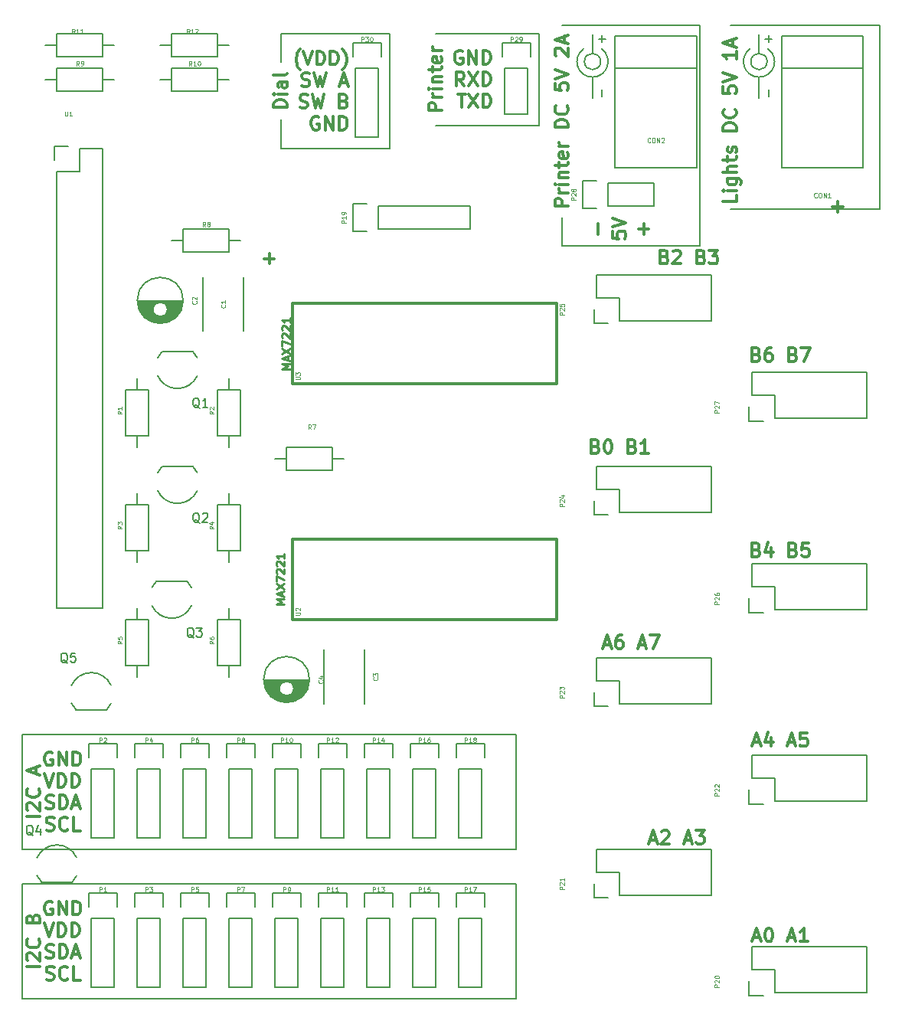
<source format=gbr>
G04 #@! TF.FileFunction,Legend,Top*
%FSLAX46Y46*%
G04 Gerber Fmt 4.6, Leading zero omitted, Abs format (unit mm)*
G04 Created by KiCad (PCBNEW 4.0.2-stable) date 13/08/2016 22:29:21*
%MOMM*%
G01*
G04 APERTURE LIST*
%ADD10C,0.100000*%
%ADD11C,0.300000*%
%ADD12C,0.200000*%
%ADD13C,0.150000*%
%ADD14C,0.304800*%
%ADD15C,0.125000*%
%ADD16C,0.222250*%
G04 APERTURE END LIST*
D10*
D11*
X78280001Y-157730000D02*
X78994287Y-157730000D01*
X78137144Y-158158571D02*
X78637144Y-156658571D01*
X79137144Y-158158571D01*
X80280001Y-156658571D02*
X79994287Y-156658571D01*
X79851430Y-156730000D01*
X79780001Y-156801429D01*
X79637144Y-157015714D01*
X79565715Y-157301429D01*
X79565715Y-157872857D01*
X79637144Y-158015714D01*
X79708572Y-158087143D01*
X79851430Y-158158571D01*
X80137144Y-158158571D01*
X80280001Y-158087143D01*
X80351430Y-158015714D01*
X80422858Y-157872857D01*
X80422858Y-157515714D01*
X80351430Y-157372857D01*
X80280001Y-157301429D01*
X80137144Y-157230000D01*
X79851430Y-157230000D01*
X79708572Y-157301429D01*
X79637144Y-157372857D01*
X79565715Y-157515714D01*
X82137143Y-157730000D02*
X82851429Y-157730000D01*
X81994286Y-158158571D02*
X82494286Y-156658571D01*
X82994286Y-158158571D01*
X83351429Y-156658571D02*
X84351429Y-156658571D01*
X83708572Y-158158571D01*
X94790001Y-168525000D02*
X95504287Y-168525000D01*
X94647144Y-168953571D02*
X95147144Y-167453571D01*
X95647144Y-168953571D01*
X96790001Y-167953571D02*
X96790001Y-168953571D01*
X96432858Y-167382143D02*
X96075715Y-168453571D01*
X97004287Y-168453571D01*
X98647143Y-168525000D02*
X99361429Y-168525000D01*
X98504286Y-168953571D02*
X99004286Y-167453571D01*
X99504286Y-168953571D01*
X100718572Y-167453571D02*
X100004286Y-167453571D01*
X99932857Y-168167857D01*
X100004286Y-168096429D01*
X100147143Y-168025000D01*
X100504286Y-168025000D01*
X100647143Y-168096429D01*
X100718572Y-168167857D01*
X100790000Y-168310714D01*
X100790000Y-168667857D01*
X100718572Y-168810714D01*
X100647143Y-168882143D01*
X100504286Y-168953571D01*
X100147143Y-168953571D01*
X100004286Y-168882143D01*
X99932857Y-168810714D01*
X83360001Y-179320000D02*
X84074287Y-179320000D01*
X83217144Y-179748571D02*
X83717144Y-178248571D01*
X84217144Y-179748571D01*
X84645715Y-178391429D02*
X84717144Y-178320000D01*
X84860001Y-178248571D01*
X85217144Y-178248571D01*
X85360001Y-178320000D01*
X85431430Y-178391429D01*
X85502858Y-178534286D01*
X85502858Y-178677143D01*
X85431430Y-178891429D01*
X84574287Y-179748571D01*
X85502858Y-179748571D01*
X87217143Y-179320000D02*
X87931429Y-179320000D01*
X87074286Y-179748571D02*
X87574286Y-178248571D01*
X88074286Y-179748571D01*
X88431429Y-178248571D02*
X89360000Y-178248571D01*
X88860000Y-178820000D01*
X89074286Y-178820000D01*
X89217143Y-178891429D01*
X89288572Y-178962857D01*
X89360000Y-179105714D01*
X89360000Y-179462857D01*
X89288572Y-179605714D01*
X89217143Y-179677143D01*
X89074286Y-179748571D01*
X88645714Y-179748571D01*
X88502857Y-179677143D01*
X88431429Y-179605714D01*
X94790001Y-190115000D02*
X95504287Y-190115000D01*
X94647144Y-190543571D02*
X95147144Y-189043571D01*
X95647144Y-190543571D01*
X96432858Y-189043571D02*
X96575715Y-189043571D01*
X96718572Y-189115000D01*
X96790001Y-189186429D01*
X96861430Y-189329286D01*
X96932858Y-189615000D01*
X96932858Y-189972143D01*
X96861430Y-190257857D01*
X96790001Y-190400714D01*
X96718572Y-190472143D01*
X96575715Y-190543571D01*
X96432858Y-190543571D01*
X96290001Y-190472143D01*
X96218572Y-190400714D01*
X96147144Y-190257857D01*
X96075715Y-189972143D01*
X96075715Y-189615000D01*
X96147144Y-189329286D01*
X96218572Y-189186429D01*
X96290001Y-189115000D01*
X96432858Y-189043571D01*
X98647143Y-190115000D02*
X99361429Y-190115000D01*
X98504286Y-190543571D02*
X99004286Y-189043571D01*
X99504286Y-190543571D01*
X100790000Y-190543571D02*
X99932857Y-190543571D01*
X100361429Y-190543571D02*
X100361429Y-189043571D01*
X100218572Y-189257857D01*
X100075714Y-189400714D01*
X99932857Y-189472143D01*
X95147144Y-125622857D02*
X95361430Y-125694286D01*
X95432858Y-125765714D01*
X95504287Y-125908571D01*
X95504287Y-126122857D01*
X95432858Y-126265714D01*
X95361430Y-126337143D01*
X95218572Y-126408571D01*
X94647144Y-126408571D01*
X94647144Y-124908571D01*
X95147144Y-124908571D01*
X95290001Y-124980000D01*
X95361430Y-125051429D01*
X95432858Y-125194286D01*
X95432858Y-125337143D01*
X95361430Y-125480000D01*
X95290001Y-125551429D01*
X95147144Y-125622857D01*
X94647144Y-125622857D01*
X96790001Y-124908571D02*
X96504287Y-124908571D01*
X96361430Y-124980000D01*
X96290001Y-125051429D01*
X96147144Y-125265714D01*
X96075715Y-125551429D01*
X96075715Y-126122857D01*
X96147144Y-126265714D01*
X96218572Y-126337143D01*
X96361430Y-126408571D01*
X96647144Y-126408571D01*
X96790001Y-126337143D01*
X96861430Y-126265714D01*
X96932858Y-126122857D01*
X96932858Y-125765714D01*
X96861430Y-125622857D01*
X96790001Y-125551429D01*
X96647144Y-125480000D01*
X96361430Y-125480000D01*
X96218572Y-125551429D01*
X96147144Y-125622857D01*
X96075715Y-125765714D01*
X99218572Y-125622857D02*
X99432858Y-125694286D01*
X99504286Y-125765714D01*
X99575715Y-125908571D01*
X99575715Y-126122857D01*
X99504286Y-126265714D01*
X99432858Y-126337143D01*
X99290000Y-126408571D01*
X98718572Y-126408571D01*
X98718572Y-124908571D01*
X99218572Y-124908571D01*
X99361429Y-124980000D01*
X99432858Y-125051429D01*
X99504286Y-125194286D01*
X99504286Y-125337143D01*
X99432858Y-125480000D01*
X99361429Y-125551429D01*
X99218572Y-125622857D01*
X98718572Y-125622857D01*
X100075715Y-124908571D02*
X101075715Y-124908571D01*
X100432858Y-126408571D01*
X95147144Y-147212857D02*
X95361430Y-147284286D01*
X95432858Y-147355714D01*
X95504287Y-147498571D01*
X95504287Y-147712857D01*
X95432858Y-147855714D01*
X95361430Y-147927143D01*
X95218572Y-147998571D01*
X94647144Y-147998571D01*
X94647144Y-146498571D01*
X95147144Y-146498571D01*
X95290001Y-146570000D01*
X95361430Y-146641429D01*
X95432858Y-146784286D01*
X95432858Y-146927143D01*
X95361430Y-147070000D01*
X95290001Y-147141429D01*
X95147144Y-147212857D01*
X94647144Y-147212857D01*
X96790001Y-146998571D02*
X96790001Y-147998571D01*
X96432858Y-146427143D02*
X96075715Y-147498571D01*
X97004287Y-147498571D01*
X99218572Y-147212857D02*
X99432858Y-147284286D01*
X99504286Y-147355714D01*
X99575715Y-147498571D01*
X99575715Y-147712857D01*
X99504286Y-147855714D01*
X99432858Y-147927143D01*
X99290000Y-147998571D01*
X98718572Y-147998571D01*
X98718572Y-146498571D01*
X99218572Y-146498571D01*
X99361429Y-146570000D01*
X99432858Y-146641429D01*
X99504286Y-146784286D01*
X99504286Y-146927143D01*
X99432858Y-147070000D01*
X99361429Y-147141429D01*
X99218572Y-147212857D01*
X98718572Y-147212857D01*
X100932858Y-146498571D02*
X100218572Y-146498571D01*
X100147143Y-147212857D01*
X100218572Y-147141429D01*
X100361429Y-147070000D01*
X100718572Y-147070000D01*
X100861429Y-147141429D01*
X100932858Y-147212857D01*
X101004286Y-147355714D01*
X101004286Y-147712857D01*
X100932858Y-147855714D01*
X100861429Y-147927143D01*
X100718572Y-147998571D01*
X100361429Y-147998571D01*
X100218572Y-147927143D01*
X100147143Y-147855714D01*
X77367144Y-135782857D02*
X77581430Y-135854286D01*
X77652858Y-135925714D01*
X77724287Y-136068571D01*
X77724287Y-136282857D01*
X77652858Y-136425714D01*
X77581430Y-136497143D01*
X77438572Y-136568571D01*
X76867144Y-136568571D01*
X76867144Y-135068571D01*
X77367144Y-135068571D01*
X77510001Y-135140000D01*
X77581430Y-135211429D01*
X77652858Y-135354286D01*
X77652858Y-135497143D01*
X77581430Y-135640000D01*
X77510001Y-135711429D01*
X77367144Y-135782857D01*
X76867144Y-135782857D01*
X78652858Y-135068571D02*
X78795715Y-135068571D01*
X78938572Y-135140000D01*
X79010001Y-135211429D01*
X79081430Y-135354286D01*
X79152858Y-135640000D01*
X79152858Y-135997143D01*
X79081430Y-136282857D01*
X79010001Y-136425714D01*
X78938572Y-136497143D01*
X78795715Y-136568571D01*
X78652858Y-136568571D01*
X78510001Y-136497143D01*
X78438572Y-136425714D01*
X78367144Y-136282857D01*
X78295715Y-135997143D01*
X78295715Y-135640000D01*
X78367144Y-135354286D01*
X78438572Y-135211429D01*
X78510001Y-135140000D01*
X78652858Y-135068571D01*
X81438572Y-135782857D02*
X81652858Y-135854286D01*
X81724286Y-135925714D01*
X81795715Y-136068571D01*
X81795715Y-136282857D01*
X81724286Y-136425714D01*
X81652858Y-136497143D01*
X81510000Y-136568571D01*
X80938572Y-136568571D01*
X80938572Y-135068571D01*
X81438572Y-135068571D01*
X81581429Y-135140000D01*
X81652858Y-135211429D01*
X81724286Y-135354286D01*
X81724286Y-135497143D01*
X81652858Y-135640000D01*
X81581429Y-135711429D01*
X81438572Y-135782857D01*
X80938572Y-135782857D01*
X83224286Y-136568571D02*
X82367143Y-136568571D01*
X82795715Y-136568571D02*
X82795715Y-135068571D01*
X82652858Y-135282857D01*
X82510000Y-135425714D01*
X82367143Y-135497143D01*
X84987144Y-114827857D02*
X85201430Y-114899286D01*
X85272858Y-114970714D01*
X85344287Y-115113571D01*
X85344287Y-115327857D01*
X85272858Y-115470714D01*
X85201430Y-115542143D01*
X85058572Y-115613571D01*
X84487144Y-115613571D01*
X84487144Y-114113571D01*
X84987144Y-114113571D01*
X85130001Y-114185000D01*
X85201430Y-114256429D01*
X85272858Y-114399286D01*
X85272858Y-114542143D01*
X85201430Y-114685000D01*
X85130001Y-114756429D01*
X84987144Y-114827857D01*
X84487144Y-114827857D01*
X85915715Y-114256429D02*
X85987144Y-114185000D01*
X86130001Y-114113571D01*
X86487144Y-114113571D01*
X86630001Y-114185000D01*
X86701430Y-114256429D01*
X86772858Y-114399286D01*
X86772858Y-114542143D01*
X86701430Y-114756429D01*
X85844287Y-115613571D01*
X86772858Y-115613571D01*
X89058572Y-114827857D02*
X89272858Y-114899286D01*
X89344286Y-114970714D01*
X89415715Y-115113571D01*
X89415715Y-115327857D01*
X89344286Y-115470714D01*
X89272858Y-115542143D01*
X89130000Y-115613571D01*
X88558572Y-115613571D01*
X88558572Y-114113571D01*
X89058572Y-114113571D01*
X89201429Y-114185000D01*
X89272858Y-114256429D01*
X89344286Y-114399286D01*
X89344286Y-114542143D01*
X89272858Y-114685000D01*
X89201429Y-114756429D01*
X89058572Y-114827857D01*
X88558572Y-114827857D01*
X89915715Y-114113571D02*
X90844286Y-114113571D01*
X90344286Y-114685000D01*
X90558572Y-114685000D01*
X90701429Y-114756429D01*
X90772858Y-114827857D01*
X90844286Y-114970714D01*
X90844286Y-115327857D01*
X90772858Y-115470714D01*
X90701429Y-115542143D01*
X90558572Y-115613571D01*
X90130000Y-115613571D01*
X89987143Y-115542143D01*
X89915715Y-115470714D01*
D12*
X71120000Y-90170000D02*
X71120000Y-100330000D01*
D11*
X40703572Y-115042143D02*
X41846429Y-115042143D01*
X41275000Y-115613571D02*
X41275000Y-114470714D01*
X103568572Y-109327143D02*
X104711429Y-109327143D01*
X104140000Y-109898571D02*
X104140000Y-108755714D01*
D12*
X42545000Y-102870000D02*
X42545000Y-99695000D01*
X54610000Y-102870000D02*
X42545000Y-102870000D01*
X54610000Y-90170000D02*
X54610000Y-102870000D01*
X42545000Y-90170000D02*
X54610000Y-90170000D01*
X42545000Y-93345000D02*
X42545000Y-90170000D01*
D11*
X44665000Y-94170000D02*
X44593572Y-94098571D01*
X44450715Y-93884286D01*
X44379286Y-93741429D01*
X44307857Y-93527143D01*
X44236429Y-93170000D01*
X44236429Y-92884286D01*
X44307857Y-92527143D01*
X44379286Y-92312857D01*
X44450715Y-92170000D01*
X44593572Y-91955714D01*
X44665000Y-91884286D01*
X45022143Y-92098571D02*
X45522143Y-93598571D01*
X46022143Y-92098571D01*
X46522143Y-93598571D02*
X46522143Y-92098571D01*
X46879286Y-92098571D01*
X47093571Y-92170000D01*
X47236429Y-92312857D01*
X47307857Y-92455714D01*
X47379286Y-92741429D01*
X47379286Y-92955714D01*
X47307857Y-93241429D01*
X47236429Y-93384286D01*
X47093571Y-93527143D01*
X46879286Y-93598571D01*
X46522143Y-93598571D01*
X48022143Y-93598571D02*
X48022143Y-92098571D01*
X48379286Y-92098571D01*
X48593571Y-92170000D01*
X48736429Y-92312857D01*
X48807857Y-92455714D01*
X48879286Y-92741429D01*
X48879286Y-92955714D01*
X48807857Y-93241429D01*
X48736429Y-93384286D01*
X48593571Y-93527143D01*
X48379286Y-93598571D01*
X48022143Y-93598571D01*
X49379286Y-94170000D02*
X49450714Y-94098571D01*
X49593571Y-93884286D01*
X49665000Y-93741429D01*
X49736429Y-93527143D01*
X49807857Y-93170000D01*
X49807857Y-92884286D01*
X49736429Y-92527143D01*
X49665000Y-92312857D01*
X49593571Y-92170000D01*
X49450714Y-91955714D01*
X49379286Y-91884286D01*
X44879286Y-95927143D02*
X45093572Y-95998571D01*
X45450715Y-95998571D01*
X45593572Y-95927143D01*
X45665001Y-95855714D01*
X45736429Y-95712857D01*
X45736429Y-95570000D01*
X45665001Y-95427143D01*
X45593572Y-95355714D01*
X45450715Y-95284286D01*
X45165001Y-95212857D01*
X45022143Y-95141429D01*
X44950715Y-95070000D01*
X44879286Y-94927143D01*
X44879286Y-94784286D01*
X44950715Y-94641429D01*
X45022143Y-94570000D01*
X45165001Y-94498571D01*
X45522143Y-94498571D01*
X45736429Y-94570000D01*
X46236429Y-94498571D02*
X46593572Y-95998571D01*
X46879286Y-94927143D01*
X47165000Y-95998571D01*
X47522143Y-94498571D01*
X49165000Y-95570000D02*
X49879286Y-95570000D01*
X49022143Y-95998571D02*
X49522143Y-94498571D01*
X50022143Y-95998571D01*
X44665000Y-98327143D02*
X44879286Y-98398571D01*
X45236429Y-98398571D01*
X45379286Y-98327143D01*
X45450715Y-98255714D01*
X45522143Y-98112857D01*
X45522143Y-97970000D01*
X45450715Y-97827143D01*
X45379286Y-97755714D01*
X45236429Y-97684286D01*
X44950715Y-97612857D01*
X44807857Y-97541429D01*
X44736429Y-97470000D01*
X44665000Y-97327143D01*
X44665000Y-97184286D01*
X44736429Y-97041429D01*
X44807857Y-96970000D01*
X44950715Y-96898571D01*
X45307857Y-96898571D01*
X45522143Y-96970000D01*
X46022143Y-96898571D02*
X46379286Y-98398571D01*
X46665000Y-97327143D01*
X46950714Y-98398571D01*
X47307857Y-96898571D01*
X49522143Y-97612857D02*
X49736429Y-97684286D01*
X49807857Y-97755714D01*
X49879286Y-97898571D01*
X49879286Y-98112857D01*
X49807857Y-98255714D01*
X49736429Y-98327143D01*
X49593571Y-98398571D01*
X49022143Y-98398571D01*
X49022143Y-96898571D01*
X49522143Y-96898571D01*
X49665000Y-96970000D01*
X49736429Y-97041429D01*
X49807857Y-97184286D01*
X49807857Y-97327143D01*
X49736429Y-97470000D01*
X49665000Y-97541429D01*
X49522143Y-97612857D01*
X49022143Y-97612857D01*
X46736428Y-99370000D02*
X46593571Y-99298571D01*
X46379285Y-99298571D01*
X46165000Y-99370000D01*
X46022142Y-99512857D01*
X45950714Y-99655714D01*
X45879285Y-99941429D01*
X45879285Y-100155714D01*
X45950714Y-100441429D01*
X46022142Y-100584286D01*
X46165000Y-100727143D01*
X46379285Y-100798571D01*
X46522142Y-100798571D01*
X46736428Y-100727143D01*
X46807857Y-100655714D01*
X46807857Y-100155714D01*
X46522142Y-100155714D01*
X47450714Y-100798571D02*
X47450714Y-99298571D01*
X48307857Y-100798571D01*
X48307857Y-99298571D01*
X49022143Y-100798571D02*
X49022143Y-99298571D01*
X49379286Y-99298571D01*
X49593571Y-99370000D01*
X49736429Y-99512857D01*
X49807857Y-99655714D01*
X49879286Y-99941429D01*
X49879286Y-100155714D01*
X49807857Y-100441429D01*
X49736429Y-100584286D01*
X49593571Y-100727143D01*
X49379286Y-100798571D01*
X49022143Y-100798571D01*
X43223571Y-98341428D02*
X41723571Y-98341428D01*
X41723571Y-97984285D01*
X41795000Y-97770000D01*
X41937857Y-97627142D01*
X42080714Y-97555714D01*
X42366429Y-97484285D01*
X42580714Y-97484285D01*
X42866429Y-97555714D01*
X43009286Y-97627142D01*
X43152143Y-97770000D01*
X43223571Y-97984285D01*
X43223571Y-98341428D01*
X43223571Y-96841428D02*
X42223571Y-96841428D01*
X41723571Y-96841428D02*
X41795000Y-96912857D01*
X41866429Y-96841428D01*
X41795000Y-96770000D01*
X41723571Y-96841428D01*
X41866429Y-96841428D01*
X43223571Y-95484285D02*
X42437857Y-95484285D01*
X42295000Y-95555714D01*
X42223571Y-95698571D01*
X42223571Y-95984285D01*
X42295000Y-96127142D01*
X43152143Y-95484285D02*
X43223571Y-95627142D01*
X43223571Y-95984285D01*
X43152143Y-96127142D01*
X43009286Y-96198571D01*
X42866429Y-96198571D01*
X42723571Y-96127142D01*
X42652143Y-95984285D01*
X42652143Y-95627142D01*
X42580714Y-95484285D01*
X43223571Y-94555713D02*
X43152143Y-94698571D01*
X43009286Y-94769999D01*
X41723571Y-94769999D01*
D12*
X71120000Y-90170000D02*
X59690000Y-90170000D01*
X59690000Y-100330000D02*
X71120000Y-100330000D01*
X108772966Y-109578986D02*
X92262966Y-109578986D01*
X108772966Y-89258986D02*
X108772966Y-109578986D01*
X92262966Y-89258986D02*
X108772966Y-89258986D01*
X88900000Y-89258986D02*
X73660000Y-89258986D01*
X88900000Y-113665000D02*
X88900000Y-89258986D01*
X73660000Y-113665000D02*
X88900000Y-113665000D01*
X73660000Y-110490000D02*
X73660000Y-113665000D01*
D11*
X60368571Y-98678571D02*
X58868571Y-98678571D01*
X58868571Y-98107143D01*
X58940000Y-97964285D01*
X59011429Y-97892857D01*
X59154286Y-97821428D01*
X59368571Y-97821428D01*
X59511429Y-97892857D01*
X59582857Y-97964285D01*
X59654286Y-98107143D01*
X59654286Y-98678571D01*
X60368571Y-97178571D02*
X59368571Y-97178571D01*
X59654286Y-97178571D02*
X59511429Y-97107143D01*
X59440000Y-97035714D01*
X59368571Y-96892857D01*
X59368571Y-96750000D01*
X60368571Y-96250000D02*
X59368571Y-96250000D01*
X58868571Y-96250000D02*
X58940000Y-96321429D01*
X59011429Y-96250000D01*
X58940000Y-96178572D01*
X58868571Y-96250000D01*
X59011429Y-96250000D01*
X59368571Y-95535714D02*
X60368571Y-95535714D01*
X59511429Y-95535714D02*
X59440000Y-95464286D01*
X59368571Y-95321428D01*
X59368571Y-95107143D01*
X59440000Y-94964286D01*
X59582857Y-94892857D01*
X60368571Y-94892857D01*
X59368571Y-94392857D02*
X59368571Y-93821428D01*
X58868571Y-94178571D02*
X60154286Y-94178571D01*
X60297143Y-94107143D01*
X60368571Y-93964285D01*
X60368571Y-93821428D01*
X60297143Y-92750000D02*
X60368571Y-92892857D01*
X60368571Y-93178571D01*
X60297143Y-93321428D01*
X60154286Y-93392857D01*
X59582857Y-93392857D01*
X59440000Y-93321428D01*
X59368571Y-93178571D01*
X59368571Y-92892857D01*
X59440000Y-92750000D01*
X59582857Y-92678571D01*
X59725714Y-92678571D01*
X59868571Y-93392857D01*
X60368571Y-92035714D02*
X59368571Y-92035714D01*
X59654286Y-92035714D02*
X59511429Y-91964286D01*
X59440000Y-91892857D01*
X59368571Y-91750000D01*
X59368571Y-91607143D01*
X79188571Y-112045713D02*
X79188571Y-112759999D01*
X79902857Y-112831428D01*
X79831429Y-112759999D01*
X79760000Y-112617142D01*
X79760000Y-112259999D01*
X79831429Y-112117142D01*
X79902857Y-112045713D01*
X80045714Y-111974285D01*
X80402857Y-111974285D01*
X80545714Y-112045713D01*
X80617143Y-112117142D01*
X80688571Y-112259999D01*
X80688571Y-112617142D01*
X80617143Y-112759999D01*
X80545714Y-112831428D01*
X79188571Y-111545714D02*
X80688571Y-111045714D01*
X79188571Y-110545714D01*
X62611428Y-92100000D02*
X62468571Y-92028571D01*
X62254285Y-92028571D01*
X62040000Y-92100000D01*
X61897142Y-92242857D01*
X61825714Y-92385714D01*
X61754285Y-92671429D01*
X61754285Y-92885714D01*
X61825714Y-93171429D01*
X61897142Y-93314286D01*
X62040000Y-93457143D01*
X62254285Y-93528571D01*
X62397142Y-93528571D01*
X62611428Y-93457143D01*
X62682857Y-93385714D01*
X62682857Y-92885714D01*
X62397142Y-92885714D01*
X63325714Y-93528571D02*
X63325714Y-92028571D01*
X64182857Y-93528571D01*
X64182857Y-92028571D01*
X64897143Y-93528571D02*
X64897143Y-92028571D01*
X65254286Y-92028571D01*
X65468571Y-92100000D01*
X65611429Y-92242857D01*
X65682857Y-92385714D01*
X65754286Y-92671429D01*
X65754286Y-92885714D01*
X65682857Y-93171429D01*
X65611429Y-93314286D01*
X65468571Y-93457143D01*
X65254286Y-93528571D01*
X64897143Y-93528571D01*
X62825715Y-95928571D02*
X62325715Y-95214286D01*
X61968572Y-95928571D02*
X61968572Y-94428571D01*
X62540000Y-94428571D01*
X62682858Y-94500000D01*
X62754286Y-94571429D01*
X62825715Y-94714286D01*
X62825715Y-94928571D01*
X62754286Y-95071429D01*
X62682858Y-95142857D01*
X62540000Y-95214286D01*
X61968572Y-95214286D01*
X63325715Y-94428571D02*
X64325715Y-95928571D01*
X64325715Y-94428571D02*
X63325715Y-95928571D01*
X64897143Y-95928571D02*
X64897143Y-94428571D01*
X65254286Y-94428571D01*
X65468571Y-94500000D01*
X65611429Y-94642857D01*
X65682857Y-94785714D01*
X65754286Y-95071429D01*
X65754286Y-95285714D01*
X65682857Y-95571429D01*
X65611429Y-95714286D01*
X65468571Y-95857143D01*
X65254286Y-95928571D01*
X64897143Y-95928571D01*
X62111429Y-96828571D02*
X62968572Y-96828571D01*
X62540001Y-98328571D02*
X62540001Y-96828571D01*
X63325715Y-96828571D02*
X64325715Y-98328571D01*
X64325715Y-96828571D02*
X63325715Y-98328571D01*
X64897143Y-98328571D02*
X64897143Y-96828571D01*
X65254286Y-96828571D01*
X65468571Y-96900000D01*
X65611429Y-97042857D01*
X65682857Y-97185714D01*
X65754286Y-97471429D01*
X65754286Y-97685714D01*
X65682857Y-97971429D01*
X65611429Y-98114286D01*
X65468571Y-98257143D01*
X65254286Y-98328571D01*
X64897143Y-98328571D01*
X77577143Y-112331428D02*
X77577143Y-111188571D01*
X82657143Y-112331428D02*
X82657143Y-111188571D01*
X83228571Y-111760000D02*
X82085714Y-111760000D01*
X92941537Y-108028985D02*
X92941537Y-108743271D01*
X91441537Y-108743271D01*
X92941537Y-107528985D02*
X91941537Y-107528985D01*
X91441537Y-107528985D02*
X91512966Y-107600414D01*
X91584395Y-107528985D01*
X91512966Y-107457557D01*
X91441537Y-107528985D01*
X91584395Y-107528985D01*
X91941537Y-106171842D02*
X93155823Y-106171842D01*
X93298680Y-106243271D01*
X93370109Y-106314699D01*
X93441537Y-106457556D01*
X93441537Y-106671842D01*
X93370109Y-106814699D01*
X92870109Y-106171842D02*
X92941537Y-106314699D01*
X92941537Y-106600413D01*
X92870109Y-106743271D01*
X92798680Y-106814699D01*
X92655823Y-106886128D01*
X92227252Y-106886128D01*
X92084395Y-106814699D01*
X92012966Y-106743271D01*
X91941537Y-106600413D01*
X91941537Y-106314699D01*
X92012966Y-106171842D01*
X92941537Y-105457556D02*
X91441537Y-105457556D01*
X92941537Y-104814699D02*
X92155823Y-104814699D01*
X92012966Y-104886128D01*
X91941537Y-105028985D01*
X91941537Y-105243270D01*
X92012966Y-105386128D01*
X92084395Y-105457556D01*
X91941537Y-104314699D02*
X91941537Y-103743270D01*
X91441537Y-104100413D02*
X92727252Y-104100413D01*
X92870109Y-104028985D01*
X92941537Y-103886127D01*
X92941537Y-103743270D01*
X92870109Y-103314699D02*
X92941537Y-103171842D01*
X92941537Y-102886127D01*
X92870109Y-102743270D01*
X92727252Y-102671842D01*
X92655823Y-102671842D01*
X92512966Y-102743270D01*
X92441537Y-102886127D01*
X92441537Y-103100413D01*
X92370109Y-103243270D01*
X92227252Y-103314699D01*
X92155823Y-103314699D01*
X92012966Y-103243270D01*
X91941537Y-103100413D01*
X91941537Y-102886127D01*
X92012966Y-102743270D01*
X92941537Y-100886127D02*
X91441537Y-100886127D01*
X91441537Y-100528984D01*
X91512966Y-100314699D01*
X91655823Y-100171841D01*
X91798680Y-100100413D01*
X92084395Y-100028984D01*
X92298680Y-100028984D01*
X92584395Y-100100413D01*
X92727252Y-100171841D01*
X92870109Y-100314699D01*
X92941537Y-100528984D01*
X92941537Y-100886127D01*
X92798680Y-98528984D02*
X92870109Y-98600413D01*
X92941537Y-98814699D01*
X92941537Y-98957556D01*
X92870109Y-99171841D01*
X92727252Y-99314699D01*
X92584395Y-99386127D01*
X92298680Y-99457556D01*
X92084395Y-99457556D01*
X91798680Y-99386127D01*
X91655823Y-99314699D01*
X91512966Y-99171841D01*
X91441537Y-98957556D01*
X91441537Y-98814699D01*
X91512966Y-98600413D01*
X91584395Y-98528984D01*
X91441537Y-96028984D02*
X91441537Y-96743270D01*
X92155823Y-96814699D01*
X92084395Y-96743270D01*
X92012966Y-96600413D01*
X92012966Y-96243270D01*
X92084395Y-96100413D01*
X92155823Y-96028984D01*
X92298680Y-95957556D01*
X92655823Y-95957556D01*
X92798680Y-96028984D01*
X92870109Y-96100413D01*
X92941537Y-96243270D01*
X92941537Y-96600413D01*
X92870109Y-96743270D01*
X92798680Y-96814699D01*
X91441537Y-95528985D02*
X92941537Y-95028985D01*
X91441537Y-94528985D01*
X92941537Y-92100414D02*
X92941537Y-92957557D01*
X92941537Y-92528985D02*
X91441537Y-92528985D01*
X91655823Y-92671842D01*
X91798680Y-92814700D01*
X91870109Y-92957557D01*
X92512966Y-91528986D02*
X92512966Y-90814700D01*
X92941537Y-91671843D02*
X91441537Y-91171843D01*
X92941537Y-90671843D01*
X74338571Y-109241426D02*
X72838571Y-109241426D01*
X72838571Y-108669998D01*
X72910000Y-108527140D01*
X72981429Y-108455712D01*
X73124286Y-108384283D01*
X73338571Y-108384283D01*
X73481429Y-108455712D01*
X73552857Y-108527140D01*
X73624286Y-108669998D01*
X73624286Y-109241426D01*
X74338571Y-107741426D02*
X73338571Y-107741426D01*
X73624286Y-107741426D02*
X73481429Y-107669998D01*
X73410000Y-107598569D01*
X73338571Y-107455712D01*
X73338571Y-107312855D01*
X74338571Y-106812855D02*
X73338571Y-106812855D01*
X72838571Y-106812855D02*
X72910000Y-106884284D01*
X72981429Y-106812855D01*
X72910000Y-106741427D01*
X72838571Y-106812855D01*
X72981429Y-106812855D01*
X73338571Y-106098569D02*
X74338571Y-106098569D01*
X73481429Y-106098569D02*
X73410000Y-106027141D01*
X73338571Y-105884283D01*
X73338571Y-105669998D01*
X73410000Y-105527141D01*
X73552857Y-105455712D01*
X74338571Y-105455712D01*
X73338571Y-104955712D02*
X73338571Y-104384283D01*
X72838571Y-104741426D02*
X74124286Y-104741426D01*
X74267143Y-104669998D01*
X74338571Y-104527140D01*
X74338571Y-104384283D01*
X74267143Y-103312855D02*
X74338571Y-103455712D01*
X74338571Y-103741426D01*
X74267143Y-103884283D01*
X74124286Y-103955712D01*
X73552857Y-103955712D01*
X73410000Y-103884283D01*
X73338571Y-103741426D01*
X73338571Y-103455712D01*
X73410000Y-103312855D01*
X73552857Y-103241426D01*
X73695714Y-103241426D01*
X73838571Y-103955712D01*
X74338571Y-102598569D02*
X73338571Y-102598569D01*
X73624286Y-102598569D02*
X73481429Y-102527141D01*
X73410000Y-102455712D01*
X73338571Y-102312855D01*
X73338571Y-102169998D01*
X74338571Y-100527141D02*
X72838571Y-100527141D01*
X72838571Y-100169998D01*
X72910000Y-99955713D01*
X73052857Y-99812855D01*
X73195714Y-99741427D01*
X73481429Y-99669998D01*
X73695714Y-99669998D01*
X73981429Y-99741427D01*
X74124286Y-99812855D01*
X74267143Y-99955713D01*
X74338571Y-100169998D01*
X74338571Y-100527141D01*
X74195714Y-98169998D02*
X74267143Y-98241427D01*
X74338571Y-98455713D01*
X74338571Y-98598570D01*
X74267143Y-98812855D01*
X74124286Y-98955713D01*
X73981429Y-99027141D01*
X73695714Y-99098570D01*
X73481429Y-99098570D01*
X73195714Y-99027141D01*
X73052857Y-98955713D01*
X72910000Y-98812855D01*
X72838571Y-98598570D01*
X72838571Y-98455713D01*
X72910000Y-98241427D01*
X72981429Y-98169998D01*
X72838571Y-95669998D02*
X72838571Y-96384284D01*
X73552857Y-96455713D01*
X73481429Y-96384284D01*
X73410000Y-96241427D01*
X73410000Y-95884284D01*
X73481429Y-95741427D01*
X73552857Y-95669998D01*
X73695714Y-95598570D01*
X74052857Y-95598570D01*
X74195714Y-95669998D01*
X74267143Y-95741427D01*
X74338571Y-95884284D01*
X74338571Y-96241427D01*
X74267143Y-96384284D01*
X74195714Y-96455713D01*
X72838571Y-95169999D02*
X74338571Y-94669999D01*
X72838571Y-94169999D01*
X72981429Y-92598571D02*
X72910000Y-92527142D01*
X72838571Y-92384285D01*
X72838571Y-92027142D01*
X72910000Y-91884285D01*
X72981429Y-91812856D01*
X73124286Y-91741428D01*
X73267143Y-91741428D01*
X73481429Y-91812856D01*
X74338571Y-92669999D01*
X74338571Y-91741428D01*
X73910000Y-91170000D02*
X73910000Y-90455714D01*
X74338571Y-91312857D02*
X72838571Y-90812857D01*
X74338571Y-90312857D01*
D12*
X68580000Y-167640000D02*
X68580000Y-180340000D01*
X68580000Y-180340000D02*
X13970000Y-180340000D01*
X13970000Y-180340000D02*
X13970000Y-167640000D01*
X13970000Y-167640000D02*
X68580000Y-167640000D01*
D11*
X17272143Y-169640000D02*
X17129286Y-169568571D01*
X16915000Y-169568571D01*
X16700715Y-169640000D01*
X16557857Y-169782857D01*
X16486429Y-169925714D01*
X16415000Y-170211429D01*
X16415000Y-170425714D01*
X16486429Y-170711429D01*
X16557857Y-170854286D01*
X16700715Y-170997143D01*
X16915000Y-171068571D01*
X17057857Y-171068571D01*
X17272143Y-170997143D01*
X17343572Y-170925714D01*
X17343572Y-170425714D01*
X17057857Y-170425714D01*
X17986429Y-171068571D02*
X17986429Y-169568571D01*
X18843572Y-171068571D01*
X18843572Y-169568571D01*
X19557858Y-171068571D02*
X19557858Y-169568571D01*
X19915001Y-169568571D01*
X20129286Y-169640000D01*
X20272144Y-169782857D01*
X20343572Y-169925714D01*
X20415001Y-170211429D01*
X20415001Y-170425714D01*
X20343572Y-170711429D01*
X20272144Y-170854286D01*
X20129286Y-170997143D01*
X19915001Y-171068571D01*
X19557858Y-171068571D01*
X16415000Y-171968571D02*
X16915000Y-173468571D01*
X17415000Y-171968571D01*
X17915000Y-173468571D02*
X17915000Y-171968571D01*
X18272143Y-171968571D01*
X18486428Y-172040000D01*
X18629286Y-172182857D01*
X18700714Y-172325714D01*
X18772143Y-172611429D01*
X18772143Y-172825714D01*
X18700714Y-173111429D01*
X18629286Y-173254286D01*
X18486428Y-173397143D01*
X18272143Y-173468571D01*
X17915000Y-173468571D01*
X19415000Y-173468571D02*
X19415000Y-171968571D01*
X19772143Y-171968571D01*
X19986428Y-172040000D01*
X20129286Y-172182857D01*
X20200714Y-172325714D01*
X20272143Y-172611429D01*
X20272143Y-172825714D01*
X20200714Y-173111429D01*
X20129286Y-173254286D01*
X19986428Y-173397143D01*
X19772143Y-173468571D01*
X19415000Y-173468571D01*
X16593572Y-175797143D02*
X16807858Y-175868571D01*
X17165001Y-175868571D01*
X17307858Y-175797143D01*
X17379287Y-175725714D01*
X17450715Y-175582857D01*
X17450715Y-175440000D01*
X17379287Y-175297143D01*
X17307858Y-175225714D01*
X17165001Y-175154286D01*
X16879287Y-175082857D01*
X16736429Y-175011429D01*
X16665001Y-174940000D01*
X16593572Y-174797143D01*
X16593572Y-174654286D01*
X16665001Y-174511429D01*
X16736429Y-174440000D01*
X16879287Y-174368571D01*
X17236429Y-174368571D01*
X17450715Y-174440000D01*
X18093572Y-175868571D02*
X18093572Y-174368571D01*
X18450715Y-174368571D01*
X18665000Y-174440000D01*
X18807858Y-174582857D01*
X18879286Y-174725714D01*
X18950715Y-175011429D01*
X18950715Y-175225714D01*
X18879286Y-175511429D01*
X18807858Y-175654286D01*
X18665000Y-175797143D01*
X18450715Y-175868571D01*
X18093572Y-175868571D01*
X19522143Y-175440000D02*
X20236429Y-175440000D01*
X19379286Y-175868571D02*
X19879286Y-174368571D01*
X20379286Y-175868571D01*
X16629286Y-178197143D02*
X16843572Y-178268571D01*
X17200715Y-178268571D01*
X17343572Y-178197143D01*
X17415001Y-178125714D01*
X17486429Y-177982857D01*
X17486429Y-177840000D01*
X17415001Y-177697143D01*
X17343572Y-177625714D01*
X17200715Y-177554286D01*
X16915001Y-177482857D01*
X16772143Y-177411429D01*
X16700715Y-177340000D01*
X16629286Y-177197143D01*
X16629286Y-177054286D01*
X16700715Y-176911429D01*
X16772143Y-176840000D01*
X16915001Y-176768571D01*
X17272143Y-176768571D01*
X17486429Y-176840000D01*
X18986429Y-178125714D02*
X18915000Y-178197143D01*
X18700714Y-178268571D01*
X18557857Y-178268571D01*
X18343572Y-178197143D01*
X18200714Y-178054286D01*
X18129286Y-177911429D01*
X18057857Y-177625714D01*
X18057857Y-177411429D01*
X18129286Y-177125714D01*
X18200714Y-176982857D01*
X18343572Y-176840000D01*
X18557857Y-176768571D01*
X18700714Y-176768571D01*
X18915000Y-176840000D01*
X18986429Y-176911429D01*
X20343572Y-178268571D02*
X19629286Y-178268571D01*
X19629286Y-176768571D01*
X15918571Y-176668571D02*
X14418571Y-176668571D01*
X14561429Y-176025714D02*
X14490000Y-175954285D01*
X14418571Y-175811428D01*
X14418571Y-175454285D01*
X14490000Y-175311428D01*
X14561429Y-175239999D01*
X14704286Y-175168571D01*
X14847143Y-175168571D01*
X15061429Y-175239999D01*
X15918571Y-176097142D01*
X15918571Y-175168571D01*
X15775714Y-173668571D02*
X15847143Y-173740000D01*
X15918571Y-173954286D01*
X15918571Y-174097143D01*
X15847143Y-174311428D01*
X15704286Y-174454286D01*
X15561429Y-174525714D01*
X15275714Y-174597143D01*
X15061429Y-174597143D01*
X14775714Y-174525714D01*
X14632857Y-174454286D01*
X14490000Y-174311428D01*
X14418571Y-174097143D01*
X14418571Y-173954286D01*
X14490000Y-173740000D01*
X14561429Y-173668571D01*
X15490000Y-171954286D02*
X15490000Y-171240000D01*
X15918571Y-172097143D02*
X14418571Y-171597143D01*
X15918571Y-171097143D01*
D12*
X13970000Y-196850000D02*
X13970000Y-184150000D01*
X68580000Y-196850000D02*
X13970000Y-196850000D01*
X68580000Y-184150000D02*
X68580000Y-196850000D01*
X13970000Y-184150000D02*
X68580000Y-184150000D01*
D11*
X15918571Y-193285714D02*
X14418571Y-193285714D01*
X14561429Y-192642857D02*
X14490000Y-192571428D01*
X14418571Y-192428571D01*
X14418571Y-192071428D01*
X14490000Y-191928571D01*
X14561429Y-191857142D01*
X14704286Y-191785714D01*
X14847143Y-191785714D01*
X15061429Y-191857142D01*
X15918571Y-192714285D01*
X15918571Y-191785714D01*
X15775714Y-190285714D02*
X15847143Y-190357143D01*
X15918571Y-190571429D01*
X15918571Y-190714286D01*
X15847143Y-190928571D01*
X15704286Y-191071429D01*
X15561429Y-191142857D01*
X15275714Y-191214286D01*
X15061429Y-191214286D01*
X14775714Y-191142857D01*
X14632857Y-191071429D01*
X14490000Y-190928571D01*
X14418571Y-190714286D01*
X14418571Y-190571429D01*
X14490000Y-190357143D01*
X14561429Y-190285714D01*
X15132857Y-188000000D02*
X15204286Y-187785714D01*
X15275714Y-187714286D01*
X15418571Y-187642857D01*
X15632857Y-187642857D01*
X15775714Y-187714286D01*
X15847143Y-187785714D01*
X15918571Y-187928572D01*
X15918571Y-188500000D01*
X14418571Y-188500000D01*
X14418571Y-188000000D01*
X14490000Y-187857143D01*
X14561429Y-187785714D01*
X14704286Y-187714286D01*
X14847143Y-187714286D01*
X14990000Y-187785714D01*
X15061429Y-187857143D01*
X15132857Y-188000000D01*
X15132857Y-188500000D01*
X17272143Y-186150000D02*
X17129286Y-186078571D01*
X16915000Y-186078571D01*
X16700715Y-186150000D01*
X16557857Y-186292857D01*
X16486429Y-186435714D01*
X16415000Y-186721429D01*
X16415000Y-186935714D01*
X16486429Y-187221429D01*
X16557857Y-187364286D01*
X16700715Y-187507143D01*
X16915000Y-187578571D01*
X17057857Y-187578571D01*
X17272143Y-187507143D01*
X17343572Y-187435714D01*
X17343572Y-186935714D01*
X17057857Y-186935714D01*
X17986429Y-187578571D02*
X17986429Y-186078571D01*
X18843572Y-187578571D01*
X18843572Y-186078571D01*
X19557858Y-187578571D02*
X19557858Y-186078571D01*
X19915001Y-186078571D01*
X20129286Y-186150000D01*
X20272144Y-186292857D01*
X20343572Y-186435714D01*
X20415001Y-186721429D01*
X20415001Y-186935714D01*
X20343572Y-187221429D01*
X20272144Y-187364286D01*
X20129286Y-187507143D01*
X19915001Y-187578571D01*
X19557858Y-187578571D01*
X16415000Y-188478571D02*
X16915000Y-189978571D01*
X17415000Y-188478571D01*
X17915000Y-189978571D02*
X17915000Y-188478571D01*
X18272143Y-188478571D01*
X18486428Y-188550000D01*
X18629286Y-188692857D01*
X18700714Y-188835714D01*
X18772143Y-189121429D01*
X18772143Y-189335714D01*
X18700714Y-189621429D01*
X18629286Y-189764286D01*
X18486428Y-189907143D01*
X18272143Y-189978571D01*
X17915000Y-189978571D01*
X19415000Y-189978571D02*
X19415000Y-188478571D01*
X19772143Y-188478571D01*
X19986428Y-188550000D01*
X20129286Y-188692857D01*
X20200714Y-188835714D01*
X20272143Y-189121429D01*
X20272143Y-189335714D01*
X20200714Y-189621429D01*
X20129286Y-189764286D01*
X19986428Y-189907143D01*
X19772143Y-189978571D01*
X19415000Y-189978571D01*
X16593572Y-192307143D02*
X16807858Y-192378571D01*
X17165001Y-192378571D01*
X17307858Y-192307143D01*
X17379287Y-192235714D01*
X17450715Y-192092857D01*
X17450715Y-191950000D01*
X17379287Y-191807143D01*
X17307858Y-191735714D01*
X17165001Y-191664286D01*
X16879287Y-191592857D01*
X16736429Y-191521429D01*
X16665001Y-191450000D01*
X16593572Y-191307143D01*
X16593572Y-191164286D01*
X16665001Y-191021429D01*
X16736429Y-190950000D01*
X16879287Y-190878571D01*
X17236429Y-190878571D01*
X17450715Y-190950000D01*
X18093572Y-192378571D02*
X18093572Y-190878571D01*
X18450715Y-190878571D01*
X18665000Y-190950000D01*
X18807858Y-191092857D01*
X18879286Y-191235714D01*
X18950715Y-191521429D01*
X18950715Y-191735714D01*
X18879286Y-192021429D01*
X18807858Y-192164286D01*
X18665000Y-192307143D01*
X18450715Y-192378571D01*
X18093572Y-192378571D01*
X19522143Y-191950000D02*
X20236429Y-191950000D01*
X19379286Y-192378571D02*
X19879286Y-190878571D01*
X20379286Y-192378571D01*
X16629286Y-194707143D02*
X16843572Y-194778571D01*
X17200715Y-194778571D01*
X17343572Y-194707143D01*
X17415001Y-194635714D01*
X17486429Y-194492857D01*
X17486429Y-194350000D01*
X17415001Y-194207143D01*
X17343572Y-194135714D01*
X17200715Y-194064286D01*
X16915001Y-193992857D01*
X16772143Y-193921429D01*
X16700715Y-193850000D01*
X16629286Y-193707143D01*
X16629286Y-193564286D01*
X16700715Y-193421429D01*
X16772143Y-193350000D01*
X16915001Y-193278571D01*
X17272143Y-193278571D01*
X17486429Y-193350000D01*
X18986429Y-194635714D02*
X18915000Y-194707143D01*
X18700714Y-194778571D01*
X18557857Y-194778571D01*
X18343572Y-194707143D01*
X18200714Y-194564286D01*
X18129286Y-194421429D01*
X18057857Y-194135714D01*
X18057857Y-193921429D01*
X18129286Y-193635714D01*
X18200714Y-193492857D01*
X18343572Y-193350000D01*
X18557857Y-193278571D01*
X18700714Y-193278571D01*
X18915000Y-193350000D01*
X18986429Y-193421429D01*
X20343572Y-194778571D02*
X19629286Y-194778571D01*
X19629286Y-193278571D01*
D13*
X31709000Y-119725000D02*
X26711000Y-119725000D01*
X31701000Y-119865000D02*
X29364000Y-119865000D01*
X29056000Y-119865000D02*
X26719000Y-119865000D01*
X31685000Y-120005000D02*
X29683000Y-120005000D01*
X28737000Y-120005000D02*
X26735000Y-120005000D01*
X31661000Y-120145000D02*
X29830000Y-120145000D01*
X28590000Y-120145000D02*
X26759000Y-120145000D01*
X31628000Y-120285000D02*
X29922000Y-120285000D01*
X28498000Y-120285000D02*
X26792000Y-120285000D01*
X31587000Y-120425000D02*
X29978000Y-120425000D01*
X28442000Y-120425000D02*
X26833000Y-120425000D01*
X31537000Y-120565000D02*
X30005000Y-120565000D01*
X28415000Y-120565000D02*
X26883000Y-120565000D01*
X31476000Y-120705000D02*
X30008000Y-120705000D01*
X28412000Y-120705000D02*
X26944000Y-120705000D01*
X31406000Y-120845000D02*
X29986000Y-120845000D01*
X28434000Y-120845000D02*
X27014000Y-120845000D01*
X31324000Y-120985000D02*
X29936000Y-120985000D01*
X28484000Y-120985000D02*
X27096000Y-120985000D01*
X31229000Y-121125000D02*
X29854000Y-121125000D01*
X28566000Y-121125000D02*
X27191000Y-121125000D01*
X31118000Y-121265000D02*
X29722000Y-121265000D01*
X28698000Y-121265000D02*
X27302000Y-121265000D01*
X30990000Y-121405000D02*
X29475000Y-121405000D01*
X28945000Y-121405000D02*
X27430000Y-121405000D01*
X30841000Y-121545000D02*
X27579000Y-121545000D01*
X30662000Y-121685000D02*
X27758000Y-121685000D01*
X30443000Y-121825000D02*
X27977000Y-121825000D01*
X30154000Y-121965000D02*
X28266000Y-121965000D01*
X29682000Y-122105000D02*
X28738000Y-122105000D01*
X30010000Y-120650000D02*
G75*
G03X30010000Y-120650000I-800000J0D01*
G01*
X31747500Y-119650000D02*
G75*
G03X31747500Y-119650000I-2537500J0D01*
G01*
X38445000Y-117055000D02*
X38445000Y-123055000D01*
X33945000Y-123055000D02*
X33945000Y-117055000D01*
X51780000Y-158250000D02*
X51780000Y-164250000D01*
X47280000Y-164250000D02*
X47280000Y-158250000D01*
X95423000Y-92248000D02*
X95423000Y-90248000D01*
X95423000Y-94948000D02*
X95423000Y-97248000D01*
X94423000Y-91848000D02*
G75*
G03X96423000Y-91848000I1000000J-1400000D01*
G01*
X96323000Y-93248000D02*
G75*
G03X96323000Y-93248000I-900000J0D01*
G01*
X106923880Y-93947500D02*
X97922120Y-93947500D01*
X106923880Y-90447380D02*
X97922120Y-90447380D01*
X97922120Y-90447380D02*
X97922120Y-104948240D01*
X97922120Y-104948240D02*
X106923880Y-104948240D01*
X106923880Y-104948240D02*
X106923880Y-90447380D01*
X77008000Y-92248000D02*
X77008000Y-90248000D01*
X77008000Y-94948000D02*
X77008000Y-97248000D01*
X76008000Y-91848000D02*
G75*
G03X78008000Y-91848000I1000000J-1400000D01*
G01*
X77908000Y-93248000D02*
G75*
G03X77908000Y-93248000I-900000J0D01*
G01*
X88508880Y-93947500D02*
X79507120Y-93947500D01*
X88508880Y-90447380D02*
X79507120Y-90447380D01*
X79507120Y-90447380D02*
X79507120Y-104948240D01*
X79507120Y-104948240D02*
X88508880Y-104948240D01*
X88508880Y-104948240D02*
X88508880Y-90447380D01*
X21590000Y-187960000D02*
X21590000Y-195580000D01*
X24130000Y-187960000D02*
X24130000Y-195580000D01*
X24410000Y-185140000D02*
X24410000Y-186690000D01*
X21590000Y-195580000D02*
X24130000Y-195580000D01*
X24130000Y-187960000D02*
X21590000Y-187960000D01*
X21310000Y-186690000D02*
X21310000Y-185140000D01*
X21310000Y-185140000D02*
X24410000Y-185140000D01*
X21590000Y-171450000D02*
X21590000Y-179070000D01*
X24130000Y-171450000D02*
X24130000Y-179070000D01*
X24410000Y-168630000D02*
X24410000Y-170180000D01*
X21590000Y-179070000D02*
X24130000Y-179070000D01*
X24130000Y-171450000D02*
X21590000Y-171450000D01*
X21310000Y-170180000D02*
X21310000Y-168630000D01*
X21310000Y-168630000D02*
X24410000Y-168630000D01*
X26670000Y-187960000D02*
X26670000Y-195580000D01*
X29210000Y-187960000D02*
X29210000Y-195580000D01*
X29490000Y-185140000D02*
X29490000Y-186690000D01*
X26670000Y-195580000D02*
X29210000Y-195580000D01*
X29210000Y-187960000D02*
X26670000Y-187960000D01*
X26390000Y-186690000D02*
X26390000Y-185140000D01*
X26390000Y-185140000D02*
X29490000Y-185140000D01*
X26670000Y-171450000D02*
X26670000Y-179070000D01*
X29210000Y-171450000D02*
X29210000Y-179070000D01*
X29490000Y-168630000D02*
X29490000Y-170180000D01*
X26670000Y-179070000D02*
X29210000Y-179070000D01*
X29210000Y-171450000D02*
X26670000Y-171450000D01*
X26390000Y-170180000D02*
X26390000Y-168630000D01*
X26390000Y-168630000D02*
X29490000Y-168630000D01*
X31750000Y-187960000D02*
X31750000Y-195580000D01*
X34290000Y-187960000D02*
X34290000Y-195580000D01*
X34570000Y-185140000D02*
X34570000Y-186690000D01*
X31750000Y-195580000D02*
X34290000Y-195580000D01*
X34290000Y-187960000D02*
X31750000Y-187960000D01*
X31470000Y-186690000D02*
X31470000Y-185140000D01*
X31470000Y-185140000D02*
X34570000Y-185140000D01*
X31750000Y-171450000D02*
X31750000Y-179070000D01*
X34290000Y-171450000D02*
X34290000Y-179070000D01*
X34570000Y-168630000D02*
X34570000Y-170180000D01*
X31750000Y-179070000D02*
X34290000Y-179070000D01*
X34290000Y-171450000D02*
X31750000Y-171450000D01*
X31470000Y-170180000D02*
X31470000Y-168630000D01*
X31470000Y-168630000D02*
X34570000Y-168630000D01*
X36830000Y-187960000D02*
X36830000Y-195580000D01*
X39370000Y-187960000D02*
X39370000Y-195580000D01*
X39650000Y-185140000D02*
X39650000Y-186690000D01*
X36830000Y-195580000D02*
X39370000Y-195580000D01*
X39370000Y-187960000D02*
X36830000Y-187960000D01*
X36550000Y-186690000D02*
X36550000Y-185140000D01*
X36550000Y-185140000D02*
X39650000Y-185140000D01*
X36830000Y-171450000D02*
X36830000Y-179070000D01*
X39370000Y-171450000D02*
X39370000Y-179070000D01*
X39650000Y-168630000D02*
X39650000Y-170180000D01*
X36830000Y-179070000D02*
X39370000Y-179070000D01*
X39370000Y-171450000D02*
X36830000Y-171450000D01*
X36550000Y-170180000D02*
X36550000Y-168630000D01*
X36550000Y-168630000D02*
X39650000Y-168630000D01*
X41910000Y-187960000D02*
X41910000Y-195580000D01*
X44450000Y-187960000D02*
X44450000Y-195580000D01*
X44730000Y-185140000D02*
X44730000Y-186690000D01*
X41910000Y-195580000D02*
X44450000Y-195580000D01*
X44450000Y-187960000D02*
X41910000Y-187960000D01*
X41630000Y-186690000D02*
X41630000Y-185140000D01*
X41630000Y-185140000D02*
X44730000Y-185140000D01*
X41910000Y-171450000D02*
X41910000Y-179070000D01*
X44450000Y-171450000D02*
X44450000Y-179070000D01*
X44730000Y-168630000D02*
X44730000Y-170180000D01*
X41910000Y-179070000D02*
X44450000Y-179070000D01*
X44450000Y-171450000D02*
X41910000Y-171450000D01*
X41630000Y-170180000D02*
X41630000Y-168630000D01*
X41630000Y-168630000D02*
X44730000Y-168630000D01*
X46990000Y-187960000D02*
X46990000Y-195580000D01*
X49530000Y-187960000D02*
X49530000Y-195580000D01*
X49810000Y-185140000D02*
X49810000Y-186690000D01*
X46990000Y-195580000D02*
X49530000Y-195580000D01*
X49530000Y-187960000D02*
X46990000Y-187960000D01*
X46710000Y-186690000D02*
X46710000Y-185140000D01*
X46710000Y-185140000D02*
X49810000Y-185140000D01*
X46990000Y-171450000D02*
X46990000Y-179070000D01*
X49530000Y-171450000D02*
X49530000Y-179070000D01*
X49810000Y-168630000D02*
X49810000Y-170180000D01*
X46990000Y-179070000D02*
X49530000Y-179070000D01*
X49530000Y-171450000D02*
X46990000Y-171450000D01*
X46710000Y-170180000D02*
X46710000Y-168630000D01*
X46710000Y-168630000D02*
X49810000Y-168630000D01*
X52070000Y-187960000D02*
X52070000Y-195580000D01*
X54610000Y-187960000D02*
X54610000Y-195580000D01*
X54890000Y-185140000D02*
X54890000Y-186690000D01*
X52070000Y-195580000D02*
X54610000Y-195580000D01*
X54610000Y-187960000D02*
X52070000Y-187960000D01*
X51790000Y-186690000D02*
X51790000Y-185140000D01*
X51790000Y-185140000D02*
X54890000Y-185140000D01*
X52070000Y-171450000D02*
X52070000Y-179070000D01*
X54610000Y-171450000D02*
X54610000Y-179070000D01*
X54890000Y-168630000D02*
X54890000Y-170180000D01*
X52070000Y-179070000D02*
X54610000Y-179070000D01*
X54610000Y-171450000D02*
X52070000Y-171450000D01*
X51790000Y-170180000D02*
X51790000Y-168630000D01*
X51790000Y-168630000D02*
X54890000Y-168630000D01*
X57150000Y-187960000D02*
X57150000Y-195580000D01*
X59690000Y-187960000D02*
X59690000Y-195580000D01*
X59970000Y-185140000D02*
X59970000Y-186690000D01*
X57150000Y-195580000D02*
X59690000Y-195580000D01*
X59690000Y-187960000D02*
X57150000Y-187960000D01*
X56870000Y-186690000D02*
X56870000Y-185140000D01*
X56870000Y-185140000D02*
X59970000Y-185140000D01*
X57150000Y-171450000D02*
X57150000Y-179070000D01*
X59690000Y-171450000D02*
X59690000Y-179070000D01*
X59970000Y-168630000D02*
X59970000Y-170180000D01*
X57150000Y-179070000D02*
X59690000Y-179070000D01*
X59690000Y-171450000D02*
X57150000Y-171450000D01*
X56870000Y-170180000D02*
X56870000Y-168630000D01*
X56870000Y-168630000D02*
X59970000Y-168630000D01*
X62230000Y-187960000D02*
X62230000Y-195580000D01*
X64770000Y-187960000D02*
X64770000Y-195580000D01*
X65050000Y-185140000D02*
X65050000Y-186690000D01*
X62230000Y-195580000D02*
X64770000Y-195580000D01*
X64770000Y-187960000D02*
X62230000Y-187960000D01*
X61950000Y-186690000D02*
X61950000Y-185140000D01*
X61950000Y-185140000D02*
X65050000Y-185140000D01*
X62230000Y-171450000D02*
X62230000Y-179070000D01*
X64770000Y-171450000D02*
X64770000Y-179070000D01*
X65050000Y-168630000D02*
X65050000Y-170180000D01*
X62230000Y-179070000D02*
X64770000Y-179070000D01*
X64770000Y-171450000D02*
X62230000Y-171450000D01*
X61950000Y-170180000D02*
X61950000Y-168630000D01*
X61950000Y-168630000D02*
X65050000Y-168630000D01*
X52070000Y-112040000D02*
X50520000Y-112040000D01*
X50520000Y-112040000D02*
X50520000Y-108940000D01*
X50520000Y-108940000D02*
X52070000Y-108940000D01*
X53340000Y-109220000D02*
X63500000Y-109220000D01*
X63500000Y-109220000D02*
X63500000Y-111760000D01*
X63500000Y-111760000D02*
X53340000Y-111760000D01*
X53340000Y-109220000D02*
X53340000Y-111760000D01*
X94615000Y-191135000D02*
X107315000Y-191135000D01*
X107315000Y-191135000D02*
X107315000Y-196215000D01*
X107315000Y-196215000D02*
X97155000Y-196215000D01*
X94615000Y-191135000D02*
X94615000Y-193675000D01*
X94335000Y-194945000D02*
X94335000Y-196495000D01*
X94615000Y-193675000D02*
X97155000Y-193675000D01*
X97155000Y-193675000D02*
X97155000Y-196215000D01*
X94335000Y-196495000D02*
X95885000Y-196495000D01*
X77470000Y-180340000D02*
X90170000Y-180340000D01*
X90170000Y-180340000D02*
X90170000Y-185420000D01*
X90170000Y-185420000D02*
X80010000Y-185420000D01*
X77470000Y-180340000D02*
X77470000Y-182880000D01*
X77190000Y-184150000D02*
X77190000Y-185700000D01*
X77470000Y-182880000D02*
X80010000Y-182880000D01*
X80010000Y-182880000D02*
X80010000Y-185420000D01*
X77190000Y-185700000D02*
X78740000Y-185700000D01*
X94615000Y-169968000D02*
X107315000Y-169968000D01*
X107315000Y-169968000D02*
X107315000Y-175048000D01*
X107315000Y-175048000D02*
X97155000Y-175048000D01*
X94615000Y-169968000D02*
X94615000Y-172508000D01*
X94335000Y-173778000D02*
X94335000Y-175328000D01*
X94615000Y-172508000D02*
X97155000Y-172508000D01*
X97155000Y-172508000D02*
X97155000Y-175048000D01*
X94335000Y-175328000D02*
X95885000Y-175328000D01*
X77470000Y-159173000D02*
X90170000Y-159173000D01*
X90170000Y-159173000D02*
X90170000Y-164253000D01*
X90170000Y-164253000D02*
X80010000Y-164253000D01*
X77470000Y-159173000D02*
X77470000Y-161713000D01*
X77190000Y-162983000D02*
X77190000Y-164533000D01*
X77470000Y-161713000D02*
X80010000Y-161713000D01*
X80010000Y-161713000D02*
X80010000Y-164253000D01*
X77190000Y-164533000D02*
X78740000Y-164533000D01*
X77470000Y-138007000D02*
X90170000Y-138007000D01*
X90170000Y-138007000D02*
X90170000Y-143087000D01*
X90170000Y-143087000D02*
X80010000Y-143087000D01*
X77470000Y-138007000D02*
X77470000Y-140547000D01*
X77190000Y-141817000D02*
X77190000Y-143367000D01*
X77470000Y-140547000D02*
X80010000Y-140547000D01*
X80010000Y-140547000D02*
X80010000Y-143087000D01*
X77190000Y-143367000D02*
X78740000Y-143367000D01*
X77482400Y-116840000D02*
X90182400Y-116840000D01*
X90182400Y-116840000D02*
X90182400Y-121920000D01*
X90182400Y-121920000D02*
X80022400Y-121920000D01*
X77482400Y-116840000D02*
X77482400Y-119380000D01*
X77202400Y-120650000D02*
X77202400Y-122200000D01*
X77482400Y-119380000D02*
X80022400Y-119380000D01*
X80022400Y-119380000D02*
X80022400Y-121920000D01*
X77202400Y-122200000D02*
X78752400Y-122200000D01*
X94615000Y-148802000D02*
X107315000Y-148802000D01*
X107315000Y-148802000D02*
X107315000Y-153882000D01*
X107315000Y-153882000D02*
X97155000Y-153882000D01*
X94615000Y-148802000D02*
X94615000Y-151342000D01*
X94335000Y-152612000D02*
X94335000Y-154162000D01*
X94615000Y-151342000D02*
X97155000Y-151342000D01*
X97155000Y-151342000D02*
X97155000Y-153882000D01*
X94335000Y-154162000D02*
X95885000Y-154162000D01*
X94615000Y-127635000D02*
X107315000Y-127635000D01*
X107315000Y-127635000D02*
X107315000Y-132715000D01*
X107315000Y-132715000D02*
X97155000Y-132715000D01*
X94615000Y-127635000D02*
X94615000Y-130175000D01*
X94335000Y-131445000D02*
X94335000Y-132995000D01*
X94615000Y-130175000D02*
X97155000Y-130175000D01*
X97155000Y-130175000D02*
X97155000Y-132715000D01*
X94335000Y-132995000D02*
X95885000Y-132995000D01*
X78740000Y-109220000D02*
X83820000Y-109220000D01*
X83820000Y-109220000D02*
X83820000Y-106680000D01*
X83820000Y-106680000D02*
X78740000Y-106680000D01*
X75920000Y-106400000D02*
X77470000Y-106400000D01*
X78740000Y-106680000D02*
X78740000Y-109220000D01*
X77470000Y-109500000D02*
X75920000Y-109500000D01*
X75920000Y-109500000D02*
X75920000Y-106400000D01*
X67310000Y-93980000D02*
X67310000Y-99060000D01*
X67310000Y-99060000D02*
X69850000Y-99060000D01*
X69850000Y-99060000D02*
X69850000Y-93980000D01*
X70130000Y-91160000D02*
X70130000Y-92710000D01*
X69850000Y-93980000D02*
X67310000Y-93980000D01*
X67030000Y-92710000D02*
X67030000Y-91160000D01*
X67030000Y-91160000D02*
X70130000Y-91160000D01*
X50800000Y-93980000D02*
X50800000Y-101600000D01*
X53340000Y-93980000D02*
X53340000Y-101600000D01*
X53620000Y-91160000D02*
X53620000Y-92710000D01*
X50800000Y-101600000D02*
X53340000Y-101600000D01*
X53340000Y-93980000D02*
X50800000Y-93980000D01*
X50520000Y-92710000D02*
X50520000Y-91160000D01*
X50520000Y-91160000D02*
X53620000Y-91160000D01*
X25400000Y-134620000D02*
X25400000Y-129540000D01*
X25400000Y-129540000D02*
X27940000Y-129540000D01*
X27940000Y-129540000D02*
X27940000Y-134620000D01*
X27940000Y-134620000D02*
X25400000Y-134620000D01*
X26670000Y-134620000D02*
X26670000Y-135890000D01*
X26670000Y-129540000D02*
X26670000Y-128270000D01*
X35560000Y-134620000D02*
X35560000Y-129540000D01*
X35560000Y-129540000D02*
X38100000Y-129540000D01*
X38100000Y-129540000D02*
X38100000Y-134620000D01*
X38100000Y-134620000D02*
X35560000Y-134620000D01*
X36830000Y-134620000D02*
X36830000Y-135890000D01*
X36830000Y-129540000D02*
X36830000Y-128270000D01*
X25400000Y-147320000D02*
X25400000Y-142240000D01*
X25400000Y-142240000D02*
X27940000Y-142240000D01*
X27940000Y-142240000D02*
X27940000Y-147320000D01*
X27940000Y-147320000D02*
X25400000Y-147320000D01*
X26670000Y-147320000D02*
X26670000Y-148590000D01*
X26670000Y-142240000D02*
X26670000Y-140970000D01*
X35560000Y-147320000D02*
X35560000Y-142240000D01*
X35560000Y-142240000D02*
X38100000Y-142240000D01*
X38100000Y-142240000D02*
X38100000Y-147320000D01*
X38100000Y-147320000D02*
X35560000Y-147320000D01*
X36830000Y-147320000D02*
X36830000Y-148590000D01*
X36830000Y-142240000D02*
X36830000Y-140970000D01*
X25400000Y-160020000D02*
X25400000Y-154940000D01*
X25400000Y-154940000D02*
X27940000Y-154940000D01*
X27940000Y-154940000D02*
X27940000Y-160020000D01*
X27940000Y-160020000D02*
X25400000Y-160020000D01*
X26670000Y-160020000D02*
X26670000Y-161290000D01*
X26670000Y-154940000D02*
X26670000Y-153670000D01*
X35560000Y-160020000D02*
X35560000Y-154940000D01*
X35560000Y-154940000D02*
X38100000Y-154940000D01*
X38100000Y-154940000D02*
X38100000Y-160020000D01*
X38100000Y-160020000D02*
X35560000Y-160020000D01*
X36830000Y-160020000D02*
X36830000Y-161290000D01*
X36830000Y-154940000D02*
X36830000Y-153670000D01*
X43180000Y-135890000D02*
X48260000Y-135890000D01*
X48260000Y-135890000D02*
X48260000Y-138430000D01*
X48260000Y-138430000D02*
X43180000Y-138430000D01*
X43180000Y-138430000D02*
X43180000Y-135890000D01*
X43180000Y-137160000D02*
X41910000Y-137160000D01*
X48260000Y-137160000D02*
X49530000Y-137160000D01*
X31750000Y-111760000D02*
X36830000Y-111760000D01*
X36830000Y-111760000D02*
X36830000Y-114300000D01*
X36830000Y-114300000D02*
X31750000Y-114300000D01*
X31750000Y-114300000D02*
X31750000Y-111760000D01*
X31750000Y-113030000D02*
X30480000Y-113030000D01*
X36830000Y-113030000D02*
X38100000Y-113030000D01*
X22860000Y-96520000D02*
X17780000Y-96520000D01*
X17780000Y-96520000D02*
X17780000Y-93980000D01*
X17780000Y-93980000D02*
X22860000Y-93980000D01*
X22860000Y-93980000D02*
X22860000Y-96520000D01*
X22860000Y-95250000D02*
X24130000Y-95250000D01*
X17780000Y-95250000D02*
X16510000Y-95250000D01*
X35560000Y-96520000D02*
X30480000Y-96520000D01*
X30480000Y-96520000D02*
X30480000Y-93980000D01*
X30480000Y-93980000D02*
X35560000Y-93980000D01*
X35560000Y-93980000D02*
X35560000Y-96520000D01*
X35560000Y-95250000D02*
X36830000Y-95250000D01*
X30480000Y-95250000D02*
X29210000Y-95250000D01*
X22860000Y-92710000D02*
X17780000Y-92710000D01*
X17780000Y-92710000D02*
X17780000Y-90170000D01*
X17780000Y-90170000D02*
X22860000Y-90170000D01*
X22860000Y-90170000D02*
X22860000Y-92710000D01*
X22860000Y-91440000D02*
X24130000Y-91440000D01*
X17780000Y-91440000D02*
X16510000Y-91440000D01*
X35560000Y-92710000D02*
X30480000Y-92710000D01*
X30480000Y-92710000D02*
X30480000Y-90170000D01*
X30480000Y-90170000D02*
X35560000Y-90170000D01*
X35560000Y-90170000D02*
X35560000Y-92710000D01*
X35560000Y-91440000D02*
X36830000Y-91440000D01*
X30480000Y-91440000D02*
X29210000Y-91440000D01*
X22860000Y-153670000D02*
X22860000Y-102870000D01*
X17780000Y-105410000D02*
X17780000Y-153670000D01*
X22860000Y-153670000D02*
X17780000Y-153670000D01*
X22860000Y-102870000D02*
X20320000Y-102870000D01*
X19050000Y-102590000D02*
X17500000Y-102590000D01*
X20320000Y-102870000D02*
X20320000Y-105410000D01*
X20320000Y-105410000D02*
X17780000Y-105410000D01*
X17500000Y-102590000D02*
X17500000Y-104140000D01*
D14*
X43815000Y-154940000D02*
X73025000Y-154940000D01*
X73025000Y-154940000D02*
X73025000Y-146050000D01*
X73025000Y-146050000D02*
X43815000Y-146050000D01*
X43815000Y-146050000D02*
X43815000Y-154940000D01*
X43815000Y-128905000D02*
X73025000Y-128905000D01*
X73025000Y-128905000D02*
X73025000Y-120015000D01*
X73025000Y-120015000D02*
X43815000Y-120015000D01*
X43815000Y-120015000D02*
X43815000Y-128905000D01*
D13*
X45679000Y-161635000D02*
X40681000Y-161635000D01*
X45671000Y-161775000D02*
X43334000Y-161775000D01*
X43026000Y-161775000D02*
X40689000Y-161775000D01*
X45655000Y-161915000D02*
X43653000Y-161915000D01*
X42707000Y-161915000D02*
X40705000Y-161915000D01*
X45631000Y-162055000D02*
X43800000Y-162055000D01*
X42560000Y-162055000D02*
X40729000Y-162055000D01*
X45598000Y-162195000D02*
X43892000Y-162195000D01*
X42468000Y-162195000D02*
X40762000Y-162195000D01*
X45557000Y-162335000D02*
X43948000Y-162335000D01*
X42412000Y-162335000D02*
X40803000Y-162335000D01*
X45507000Y-162475000D02*
X43975000Y-162475000D01*
X42385000Y-162475000D02*
X40853000Y-162475000D01*
X45446000Y-162615000D02*
X43978000Y-162615000D01*
X42382000Y-162615000D02*
X40914000Y-162615000D01*
X45376000Y-162755000D02*
X43956000Y-162755000D01*
X42404000Y-162755000D02*
X40984000Y-162755000D01*
X45294000Y-162895000D02*
X43906000Y-162895000D01*
X42454000Y-162895000D02*
X41066000Y-162895000D01*
X45199000Y-163035000D02*
X43824000Y-163035000D01*
X42536000Y-163035000D02*
X41161000Y-163035000D01*
X45088000Y-163175000D02*
X43692000Y-163175000D01*
X42668000Y-163175000D02*
X41272000Y-163175000D01*
X44960000Y-163315000D02*
X43445000Y-163315000D01*
X42915000Y-163315000D02*
X41400000Y-163315000D01*
X44811000Y-163455000D02*
X41549000Y-163455000D01*
X44632000Y-163595000D02*
X41728000Y-163595000D01*
X44413000Y-163735000D02*
X41947000Y-163735000D01*
X44124000Y-163875000D02*
X42236000Y-163875000D01*
X43652000Y-164015000D02*
X42708000Y-164015000D01*
X43980000Y-162560000D02*
G75*
G03X43980000Y-162560000I-800000J0D01*
G01*
X45717500Y-161560000D02*
G75*
G03X45717500Y-161560000I-2537500J0D01*
G01*
X15592305Y-183241990D02*
G75*
G03X16080000Y-183945000I2187695J996990D01*
G01*
X19967695Y-183241990D02*
G75*
G02X19480000Y-183945000I-2187695J996990D01*
G01*
X16080000Y-183945000D02*
X19480000Y-183945000D01*
X15595121Y-181251873D02*
G75*
G02X17780000Y-179845000I2184879J-993127D01*
G01*
X19964879Y-181251873D02*
G75*
G03X17780000Y-179845000I-2184879J-993127D01*
G01*
X19402305Y-164191990D02*
G75*
G03X19890000Y-164895000I2187695J996990D01*
G01*
X23777695Y-164191990D02*
G75*
G02X23290000Y-164895000I-2187695J996990D01*
G01*
X19890000Y-164895000D02*
X23290000Y-164895000D01*
X19405121Y-162201873D02*
G75*
G02X21590000Y-160795000I2184879J-993127D01*
G01*
X23774879Y-162201873D02*
G75*
G03X21590000Y-160795000I-2184879J-993127D01*
G01*
X33302695Y-126003010D02*
G75*
G03X32815000Y-125300000I-2187695J-996990D01*
G01*
X28927305Y-126003010D02*
G75*
G02X29415000Y-125300000I2187695J-996990D01*
G01*
X32815000Y-125300000D02*
X29415000Y-125300000D01*
X33299879Y-127993127D02*
G75*
G02X31115000Y-129400000I-2184879J993127D01*
G01*
X28930121Y-127993127D02*
G75*
G03X31115000Y-129400000I2184879J993127D01*
G01*
X33302695Y-138703010D02*
G75*
G03X32815000Y-138000000I-2187695J-996990D01*
G01*
X28927305Y-138703010D02*
G75*
G02X29415000Y-138000000I2187695J-996990D01*
G01*
X32815000Y-138000000D02*
X29415000Y-138000000D01*
X33299879Y-140693127D02*
G75*
G02X31115000Y-142100000I-2184879J993127D01*
G01*
X28930121Y-140693127D02*
G75*
G03X31115000Y-142100000I2184879J993127D01*
G01*
X32667695Y-151403010D02*
G75*
G03X32180000Y-150700000I-2187695J-996990D01*
G01*
X28292305Y-151403010D02*
G75*
G02X28780000Y-150700000I2187695J-996990D01*
G01*
X32180000Y-150700000D02*
X28780000Y-150700000D01*
X32664879Y-153393127D02*
G75*
G02X30480000Y-154800000I-2184879J993127D01*
G01*
X28295121Y-153393127D02*
G75*
G03X30480000Y-154800000I2184879J993127D01*
G01*
D15*
X33188571Y-119733333D02*
X33212381Y-119757143D01*
X33236190Y-119828571D01*
X33236190Y-119876190D01*
X33212381Y-119947619D01*
X33164762Y-119995238D01*
X33117143Y-120019047D01*
X33021905Y-120042857D01*
X32950476Y-120042857D01*
X32855238Y-120019047D01*
X32807619Y-119995238D01*
X32760000Y-119947619D01*
X32736190Y-119876190D01*
X32736190Y-119828571D01*
X32760000Y-119757143D01*
X32783810Y-119733333D01*
X32783810Y-119542857D02*
X32760000Y-119519047D01*
X32736190Y-119471428D01*
X32736190Y-119352381D01*
X32760000Y-119304762D01*
X32783810Y-119280952D01*
X32831429Y-119257143D01*
X32879048Y-119257143D01*
X32950476Y-119280952D01*
X33236190Y-119566666D01*
X33236190Y-119257143D01*
X36373571Y-120138333D02*
X36397381Y-120162143D01*
X36421190Y-120233571D01*
X36421190Y-120281190D01*
X36397381Y-120352619D01*
X36349762Y-120400238D01*
X36302143Y-120424047D01*
X36206905Y-120447857D01*
X36135476Y-120447857D01*
X36040238Y-120424047D01*
X35992619Y-120400238D01*
X35945000Y-120352619D01*
X35921190Y-120281190D01*
X35921190Y-120233571D01*
X35945000Y-120162143D01*
X35968810Y-120138333D01*
X36421190Y-119662143D02*
X36421190Y-119947857D01*
X36421190Y-119805000D02*
X35921190Y-119805000D01*
X35992619Y-119852619D01*
X36040238Y-119900238D01*
X36064048Y-119947857D01*
X53208571Y-161333333D02*
X53232381Y-161357143D01*
X53256190Y-161428571D01*
X53256190Y-161476190D01*
X53232381Y-161547619D01*
X53184762Y-161595238D01*
X53137143Y-161619047D01*
X53041905Y-161642857D01*
X52970476Y-161642857D01*
X52875238Y-161619047D01*
X52827619Y-161595238D01*
X52780000Y-161547619D01*
X52756190Y-161476190D01*
X52756190Y-161428571D01*
X52780000Y-161357143D01*
X52803810Y-161333333D01*
X52756190Y-161166666D02*
X52756190Y-160857143D01*
X52946667Y-161023809D01*
X52946667Y-160952381D01*
X52970476Y-160904762D01*
X52994286Y-160880952D01*
X53041905Y-160857143D01*
X53160952Y-160857143D01*
X53208571Y-160880952D01*
X53232381Y-160904762D01*
X53256190Y-160952381D01*
X53256190Y-161095238D01*
X53232381Y-161142857D01*
X53208571Y-161166666D01*
X101815857Y-108225611D02*
X101792047Y-108249421D01*
X101720619Y-108273230D01*
X101673000Y-108273230D01*
X101601571Y-108249421D01*
X101553952Y-108201802D01*
X101530143Y-108154183D01*
X101506333Y-108058945D01*
X101506333Y-107987516D01*
X101530143Y-107892278D01*
X101553952Y-107844659D01*
X101601571Y-107797040D01*
X101673000Y-107773230D01*
X101720619Y-107773230D01*
X101792047Y-107797040D01*
X101815857Y-107820850D01*
X102125381Y-107773230D02*
X102220619Y-107773230D01*
X102268238Y-107797040D01*
X102315857Y-107844659D01*
X102339666Y-107939897D01*
X102339666Y-108106564D01*
X102315857Y-108201802D01*
X102268238Y-108249421D01*
X102220619Y-108273230D01*
X102125381Y-108273230D01*
X102077762Y-108249421D01*
X102030143Y-108201802D01*
X102006333Y-108106564D01*
X102006333Y-107939897D01*
X102030143Y-107844659D01*
X102077762Y-107797040D01*
X102125381Y-107773230D01*
X102553953Y-108273230D02*
X102553953Y-107773230D01*
X102839667Y-108273230D01*
X102839667Y-107773230D01*
X103339667Y-108273230D02*
X103053953Y-108273230D01*
X103196810Y-108273230D02*
X103196810Y-107773230D01*
X103149191Y-107844659D01*
X103101572Y-107892278D01*
X103053953Y-107916088D01*
D13*
X96494429Y-97128952D02*
X96494429Y-96367047D01*
X96494429Y-91128952D02*
X96494429Y-90367047D01*
X96875381Y-90747999D02*
X96113476Y-90747999D01*
D15*
X83400857Y-102137231D02*
X83377047Y-102161041D01*
X83305619Y-102184850D01*
X83258000Y-102184850D01*
X83186571Y-102161041D01*
X83138952Y-102113422D01*
X83115143Y-102065803D01*
X83091333Y-101970565D01*
X83091333Y-101899136D01*
X83115143Y-101803898D01*
X83138952Y-101756279D01*
X83186571Y-101708660D01*
X83258000Y-101684850D01*
X83305619Y-101684850D01*
X83377047Y-101708660D01*
X83400857Y-101732470D01*
X83710381Y-101684850D02*
X83805619Y-101684850D01*
X83853238Y-101708660D01*
X83900857Y-101756279D01*
X83924666Y-101851517D01*
X83924666Y-102018184D01*
X83900857Y-102113422D01*
X83853238Y-102161041D01*
X83805619Y-102184850D01*
X83710381Y-102184850D01*
X83662762Y-102161041D01*
X83615143Y-102113422D01*
X83591333Y-102018184D01*
X83591333Y-101851517D01*
X83615143Y-101756279D01*
X83662762Y-101708660D01*
X83710381Y-101684850D01*
X84138953Y-102184850D02*
X84138953Y-101684850D01*
X84424667Y-102184850D01*
X84424667Y-101684850D01*
X84638953Y-101732470D02*
X84662763Y-101708660D01*
X84710382Y-101684850D01*
X84829429Y-101684850D01*
X84877048Y-101708660D01*
X84900858Y-101732470D01*
X84924667Y-101780089D01*
X84924667Y-101827708D01*
X84900858Y-101899136D01*
X84615144Y-102184850D01*
X84924667Y-102184850D01*
D13*
X78079429Y-97128952D02*
X78079429Y-96367047D01*
X78079429Y-91128952D02*
X78079429Y-90367047D01*
X78460381Y-90747999D02*
X77698476Y-90747999D01*
D15*
X22490953Y-185011190D02*
X22490953Y-184511190D01*
X22681429Y-184511190D01*
X22729048Y-184535000D01*
X22752857Y-184558810D01*
X22776667Y-184606429D01*
X22776667Y-184677857D01*
X22752857Y-184725476D01*
X22729048Y-184749286D01*
X22681429Y-184773095D01*
X22490953Y-184773095D01*
X23252857Y-185011190D02*
X22967143Y-185011190D01*
X23110000Y-185011190D02*
X23110000Y-184511190D01*
X23062381Y-184582619D01*
X23014762Y-184630238D01*
X22967143Y-184654048D01*
X22490953Y-168501190D02*
X22490953Y-168001190D01*
X22681429Y-168001190D01*
X22729048Y-168025000D01*
X22752857Y-168048810D01*
X22776667Y-168096429D01*
X22776667Y-168167857D01*
X22752857Y-168215476D01*
X22729048Y-168239286D01*
X22681429Y-168263095D01*
X22490953Y-168263095D01*
X22967143Y-168048810D02*
X22990953Y-168025000D01*
X23038572Y-168001190D01*
X23157619Y-168001190D01*
X23205238Y-168025000D01*
X23229048Y-168048810D01*
X23252857Y-168096429D01*
X23252857Y-168144048D01*
X23229048Y-168215476D01*
X22943334Y-168501190D01*
X23252857Y-168501190D01*
X27570953Y-185011190D02*
X27570953Y-184511190D01*
X27761429Y-184511190D01*
X27809048Y-184535000D01*
X27832857Y-184558810D01*
X27856667Y-184606429D01*
X27856667Y-184677857D01*
X27832857Y-184725476D01*
X27809048Y-184749286D01*
X27761429Y-184773095D01*
X27570953Y-184773095D01*
X28023334Y-184511190D02*
X28332857Y-184511190D01*
X28166191Y-184701667D01*
X28237619Y-184701667D01*
X28285238Y-184725476D01*
X28309048Y-184749286D01*
X28332857Y-184796905D01*
X28332857Y-184915952D01*
X28309048Y-184963571D01*
X28285238Y-184987381D01*
X28237619Y-185011190D01*
X28094762Y-185011190D01*
X28047143Y-184987381D01*
X28023334Y-184963571D01*
X27570953Y-168501190D02*
X27570953Y-168001190D01*
X27761429Y-168001190D01*
X27809048Y-168025000D01*
X27832857Y-168048810D01*
X27856667Y-168096429D01*
X27856667Y-168167857D01*
X27832857Y-168215476D01*
X27809048Y-168239286D01*
X27761429Y-168263095D01*
X27570953Y-168263095D01*
X28285238Y-168167857D02*
X28285238Y-168501190D01*
X28166191Y-167977381D02*
X28047143Y-168334524D01*
X28356667Y-168334524D01*
X32650953Y-185011190D02*
X32650953Y-184511190D01*
X32841429Y-184511190D01*
X32889048Y-184535000D01*
X32912857Y-184558810D01*
X32936667Y-184606429D01*
X32936667Y-184677857D01*
X32912857Y-184725476D01*
X32889048Y-184749286D01*
X32841429Y-184773095D01*
X32650953Y-184773095D01*
X33389048Y-184511190D02*
X33150953Y-184511190D01*
X33127143Y-184749286D01*
X33150953Y-184725476D01*
X33198572Y-184701667D01*
X33317619Y-184701667D01*
X33365238Y-184725476D01*
X33389048Y-184749286D01*
X33412857Y-184796905D01*
X33412857Y-184915952D01*
X33389048Y-184963571D01*
X33365238Y-184987381D01*
X33317619Y-185011190D01*
X33198572Y-185011190D01*
X33150953Y-184987381D01*
X33127143Y-184963571D01*
X32650953Y-168501190D02*
X32650953Y-168001190D01*
X32841429Y-168001190D01*
X32889048Y-168025000D01*
X32912857Y-168048810D01*
X32936667Y-168096429D01*
X32936667Y-168167857D01*
X32912857Y-168215476D01*
X32889048Y-168239286D01*
X32841429Y-168263095D01*
X32650953Y-168263095D01*
X33365238Y-168001190D02*
X33270000Y-168001190D01*
X33222381Y-168025000D01*
X33198572Y-168048810D01*
X33150953Y-168120238D01*
X33127143Y-168215476D01*
X33127143Y-168405952D01*
X33150953Y-168453571D01*
X33174762Y-168477381D01*
X33222381Y-168501190D01*
X33317619Y-168501190D01*
X33365238Y-168477381D01*
X33389048Y-168453571D01*
X33412857Y-168405952D01*
X33412857Y-168286905D01*
X33389048Y-168239286D01*
X33365238Y-168215476D01*
X33317619Y-168191667D01*
X33222381Y-168191667D01*
X33174762Y-168215476D01*
X33150953Y-168239286D01*
X33127143Y-168286905D01*
X37730953Y-185011190D02*
X37730953Y-184511190D01*
X37921429Y-184511190D01*
X37969048Y-184535000D01*
X37992857Y-184558810D01*
X38016667Y-184606429D01*
X38016667Y-184677857D01*
X37992857Y-184725476D01*
X37969048Y-184749286D01*
X37921429Y-184773095D01*
X37730953Y-184773095D01*
X38183334Y-184511190D02*
X38516667Y-184511190D01*
X38302381Y-185011190D01*
X37730953Y-168501190D02*
X37730953Y-168001190D01*
X37921429Y-168001190D01*
X37969048Y-168025000D01*
X37992857Y-168048810D01*
X38016667Y-168096429D01*
X38016667Y-168167857D01*
X37992857Y-168215476D01*
X37969048Y-168239286D01*
X37921429Y-168263095D01*
X37730953Y-168263095D01*
X38302381Y-168215476D02*
X38254762Y-168191667D01*
X38230953Y-168167857D01*
X38207143Y-168120238D01*
X38207143Y-168096429D01*
X38230953Y-168048810D01*
X38254762Y-168025000D01*
X38302381Y-168001190D01*
X38397619Y-168001190D01*
X38445238Y-168025000D01*
X38469048Y-168048810D01*
X38492857Y-168096429D01*
X38492857Y-168120238D01*
X38469048Y-168167857D01*
X38445238Y-168191667D01*
X38397619Y-168215476D01*
X38302381Y-168215476D01*
X38254762Y-168239286D01*
X38230953Y-168263095D01*
X38207143Y-168310714D01*
X38207143Y-168405952D01*
X38230953Y-168453571D01*
X38254762Y-168477381D01*
X38302381Y-168501190D01*
X38397619Y-168501190D01*
X38445238Y-168477381D01*
X38469048Y-168453571D01*
X38492857Y-168405952D01*
X38492857Y-168310714D01*
X38469048Y-168263095D01*
X38445238Y-168239286D01*
X38397619Y-168215476D01*
X42810953Y-185011190D02*
X42810953Y-184511190D01*
X43001429Y-184511190D01*
X43049048Y-184535000D01*
X43072857Y-184558810D01*
X43096667Y-184606429D01*
X43096667Y-184677857D01*
X43072857Y-184725476D01*
X43049048Y-184749286D01*
X43001429Y-184773095D01*
X42810953Y-184773095D01*
X43334762Y-185011190D02*
X43430000Y-185011190D01*
X43477619Y-184987381D01*
X43501429Y-184963571D01*
X43549048Y-184892143D01*
X43572857Y-184796905D01*
X43572857Y-184606429D01*
X43549048Y-184558810D01*
X43525238Y-184535000D01*
X43477619Y-184511190D01*
X43382381Y-184511190D01*
X43334762Y-184535000D01*
X43310953Y-184558810D01*
X43287143Y-184606429D01*
X43287143Y-184725476D01*
X43310953Y-184773095D01*
X43334762Y-184796905D01*
X43382381Y-184820714D01*
X43477619Y-184820714D01*
X43525238Y-184796905D01*
X43549048Y-184773095D01*
X43572857Y-184725476D01*
X42572858Y-168501190D02*
X42572858Y-168001190D01*
X42763334Y-168001190D01*
X42810953Y-168025000D01*
X42834762Y-168048810D01*
X42858572Y-168096429D01*
X42858572Y-168167857D01*
X42834762Y-168215476D01*
X42810953Y-168239286D01*
X42763334Y-168263095D01*
X42572858Y-168263095D01*
X43334762Y-168501190D02*
X43049048Y-168501190D01*
X43191905Y-168501190D02*
X43191905Y-168001190D01*
X43144286Y-168072619D01*
X43096667Y-168120238D01*
X43049048Y-168144048D01*
X43644286Y-168001190D02*
X43691905Y-168001190D01*
X43739524Y-168025000D01*
X43763333Y-168048810D01*
X43787143Y-168096429D01*
X43810952Y-168191667D01*
X43810952Y-168310714D01*
X43787143Y-168405952D01*
X43763333Y-168453571D01*
X43739524Y-168477381D01*
X43691905Y-168501190D01*
X43644286Y-168501190D01*
X43596667Y-168477381D01*
X43572857Y-168453571D01*
X43549048Y-168405952D01*
X43525238Y-168310714D01*
X43525238Y-168191667D01*
X43549048Y-168096429D01*
X43572857Y-168048810D01*
X43596667Y-168025000D01*
X43644286Y-168001190D01*
X47652858Y-185011190D02*
X47652858Y-184511190D01*
X47843334Y-184511190D01*
X47890953Y-184535000D01*
X47914762Y-184558810D01*
X47938572Y-184606429D01*
X47938572Y-184677857D01*
X47914762Y-184725476D01*
X47890953Y-184749286D01*
X47843334Y-184773095D01*
X47652858Y-184773095D01*
X48414762Y-185011190D02*
X48129048Y-185011190D01*
X48271905Y-185011190D02*
X48271905Y-184511190D01*
X48224286Y-184582619D01*
X48176667Y-184630238D01*
X48129048Y-184654048D01*
X48890952Y-185011190D02*
X48605238Y-185011190D01*
X48748095Y-185011190D02*
X48748095Y-184511190D01*
X48700476Y-184582619D01*
X48652857Y-184630238D01*
X48605238Y-184654048D01*
X47652858Y-168501190D02*
X47652858Y-168001190D01*
X47843334Y-168001190D01*
X47890953Y-168025000D01*
X47914762Y-168048810D01*
X47938572Y-168096429D01*
X47938572Y-168167857D01*
X47914762Y-168215476D01*
X47890953Y-168239286D01*
X47843334Y-168263095D01*
X47652858Y-168263095D01*
X48414762Y-168501190D02*
X48129048Y-168501190D01*
X48271905Y-168501190D02*
X48271905Y-168001190D01*
X48224286Y-168072619D01*
X48176667Y-168120238D01*
X48129048Y-168144048D01*
X48605238Y-168048810D02*
X48629048Y-168025000D01*
X48676667Y-168001190D01*
X48795714Y-168001190D01*
X48843333Y-168025000D01*
X48867143Y-168048810D01*
X48890952Y-168096429D01*
X48890952Y-168144048D01*
X48867143Y-168215476D01*
X48581429Y-168501190D01*
X48890952Y-168501190D01*
X52732858Y-185011190D02*
X52732858Y-184511190D01*
X52923334Y-184511190D01*
X52970953Y-184535000D01*
X52994762Y-184558810D01*
X53018572Y-184606429D01*
X53018572Y-184677857D01*
X52994762Y-184725476D01*
X52970953Y-184749286D01*
X52923334Y-184773095D01*
X52732858Y-184773095D01*
X53494762Y-185011190D02*
X53209048Y-185011190D01*
X53351905Y-185011190D02*
X53351905Y-184511190D01*
X53304286Y-184582619D01*
X53256667Y-184630238D01*
X53209048Y-184654048D01*
X53661429Y-184511190D02*
X53970952Y-184511190D01*
X53804286Y-184701667D01*
X53875714Y-184701667D01*
X53923333Y-184725476D01*
X53947143Y-184749286D01*
X53970952Y-184796905D01*
X53970952Y-184915952D01*
X53947143Y-184963571D01*
X53923333Y-184987381D01*
X53875714Y-185011190D01*
X53732857Y-185011190D01*
X53685238Y-184987381D01*
X53661429Y-184963571D01*
X52732858Y-168501190D02*
X52732858Y-168001190D01*
X52923334Y-168001190D01*
X52970953Y-168025000D01*
X52994762Y-168048810D01*
X53018572Y-168096429D01*
X53018572Y-168167857D01*
X52994762Y-168215476D01*
X52970953Y-168239286D01*
X52923334Y-168263095D01*
X52732858Y-168263095D01*
X53494762Y-168501190D02*
X53209048Y-168501190D01*
X53351905Y-168501190D02*
X53351905Y-168001190D01*
X53304286Y-168072619D01*
X53256667Y-168120238D01*
X53209048Y-168144048D01*
X53923333Y-168167857D02*
X53923333Y-168501190D01*
X53804286Y-167977381D02*
X53685238Y-168334524D01*
X53994762Y-168334524D01*
X57812858Y-185011190D02*
X57812858Y-184511190D01*
X58003334Y-184511190D01*
X58050953Y-184535000D01*
X58074762Y-184558810D01*
X58098572Y-184606429D01*
X58098572Y-184677857D01*
X58074762Y-184725476D01*
X58050953Y-184749286D01*
X58003334Y-184773095D01*
X57812858Y-184773095D01*
X58574762Y-185011190D02*
X58289048Y-185011190D01*
X58431905Y-185011190D02*
X58431905Y-184511190D01*
X58384286Y-184582619D01*
X58336667Y-184630238D01*
X58289048Y-184654048D01*
X59027143Y-184511190D02*
X58789048Y-184511190D01*
X58765238Y-184749286D01*
X58789048Y-184725476D01*
X58836667Y-184701667D01*
X58955714Y-184701667D01*
X59003333Y-184725476D01*
X59027143Y-184749286D01*
X59050952Y-184796905D01*
X59050952Y-184915952D01*
X59027143Y-184963571D01*
X59003333Y-184987381D01*
X58955714Y-185011190D01*
X58836667Y-185011190D01*
X58789048Y-184987381D01*
X58765238Y-184963571D01*
X57812858Y-168501190D02*
X57812858Y-168001190D01*
X58003334Y-168001190D01*
X58050953Y-168025000D01*
X58074762Y-168048810D01*
X58098572Y-168096429D01*
X58098572Y-168167857D01*
X58074762Y-168215476D01*
X58050953Y-168239286D01*
X58003334Y-168263095D01*
X57812858Y-168263095D01*
X58574762Y-168501190D02*
X58289048Y-168501190D01*
X58431905Y-168501190D02*
X58431905Y-168001190D01*
X58384286Y-168072619D01*
X58336667Y-168120238D01*
X58289048Y-168144048D01*
X59003333Y-168001190D02*
X58908095Y-168001190D01*
X58860476Y-168025000D01*
X58836667Y-168048810D01*
X58789048Y-168120238D01*
X58765238Y-168215476D01*
X58765238Y-168405952D01*
X58789048Y-168453571D01*
X58812857Y-168477381D01*
X58860476Y-168501190D01*
X58955714Y-168501190D01*
X59003333Y-168477381D01*
X59027143Y-168453571D01*
X59050952Y-168405952D01*
X59050952Y-168286905D01*
X59027143Y-168239286D01*
X59003333Y-168215476D01*
X58955714Y-168191667D01*
X58860476Y-168191667D01*
X58812857Y-168215476D01*
X58789048Y-168239286D01*
X58765238Y-168286905D01*
X62892858Y-185011190D02*
X62892858Y-184511190D01*
X63083334Y-184511190D01*
X63130953Y-184535000D01*
X63154762Y-184558810D01*
X63178572Y-184606429D01*
X63178572Y-184677857D01*
X63154762Y-184725476D01*
X63130953Y-184749286D01*
X63083334Y-184773095D01*
X62892858Y-184773095D01*
X63654762Y-185011190D02*
X63369048Y-185011190D01*
X63511905Y-185011190D02*
X63511905Y-184511190D01*
X63464286Y-184582619D01*
X63416667Y-184630238D01*
X63369048Y-184654048D01*
X63821429Y-184511190D02*
X64154762Y-184511190D01*
X63940476Y-185011190D01*
X62892858Y-168501190D02*
X62892858Y-168001190D01*
X63083334Y-168001190D01*
X63130953Y-168025000D01*
X63154762Y-168048810D01*
X63178572Y-168096429D01*
X63178572Y-168167857D01*
X63154762Y-168215476D01*
X63130953Y-168239286D01*
X63083334Y-168263095D01*
X62892858Y-168263095D01*
X63654762Y-168501190D02*
X63369048Y-168501190D01*
X63511905Y-168501190D02*
X63511905Y-168001190D01*
X63464286Y-168072619D01*
X63416667Y-168120238D01*
X63369048Y-168144048D01*
X63940476Y-168215476D02*
X63892857Y-168191667D01*
X63869048Y-168167857D01*
X63845238Y-168120238D01*
X63845238Y-168096429D01*
X63869048Y-168048810D01*
X63892857Y-168025000D01*
X63940476Y-168001190D01*
X64035714Y-168001190D01*
X64083333Y-168025000D01*
X64107143Y-168048810D01*
X64130952Y-168096429D01*
X64130952Y-168120238D01*
X64107143Y-168167857D01*
X64083333Y-168191667D01*
X64035714Y-168215476D01*
X63940476Y-168215476D01*
X63892857Y-168239286D01*
X63869048Y-168263095D01*
X63845238Y-168310714D01*
X63845238Y-168405952D01*
X63869048Y-168453571D01*
X63892857Y-168477381D01*
X63940476Y-168501190D01*
X64035714Y-168501190D01*
X64083333Y-168477381D01*
X64107143Y-168453571D01*
X64130952Y-168405952D01*
X64130952Y-168310714D01*
X64107143Y-168263095D01*
X64083333Y-168239286D01*
X64035714Y-168215476D01*
X49756190Y-111097142D02*
X49256190Y-111097142D01*
X49256190Y-110906666D01*
X49280000Y-110859047D01*
X49303810Y-110835238D01*
X49351429Y-110811428D01*
X49422857Y-110811428D01*
X49470476Y-110835238D01*
X49494286Y-110859047D01*
X49518095Y-110906666D01*
X49518095Y-111097142D01*
X49756190Y-110335238D02*
X49756190Y-110620952D01*
X49756190Y-110478095D02*
X49256190Y-110478095D01*
X49327619Y-110525714D01*
X49375238Y-110573333D01*
X49399048Y-110620952D01*
X49756190Y-110097143D02*
X49756190Y-110001905D01*
X49732381Y-109954286D01*
X49708571Y-109930476D01*
X49637143Y-109882857D01*
X49541905Y-109859048D01*
X49351429Y-109859048D01*
X49303810Y-109882857D01*
X49280000Y-109906667D01*
X49256190Y-109954286D01*
X49256190Y-110049524D01*
X49280000Y-110097143D01*
X49303810Y-110120952D01*
X49351429Y-110144762D01*
X49470476Y-110144762D01*
X49518095Y-110120952D01*
X49541905Y-110097143D01*
X49565714Y-110049524D01*
X49565714Y-109954286D01*
X49541905Y-109906667D01*
X49518095Y-109882857D01*
X49470476Y-109859048D01*
X91011190Y-195552142D02*
X90511190Y-195552142D01*
X90511190Y-195361666D01*
X90535000Y-195314047D01*
X90558810Y-195290238D01*
X90606429Y-195266428D01*
X90677857Y-195266428D01*
X90725476Y-195290238D01*
X90749286Y-195314047D01*
X90773095Y-195361666D01*
X90773095Y-195552142D01*
X90558810Y-195075952D02*
X90535000Y-195052142D01*
X90511190Y-195004523D01*
X90511190Y-194885476D01*
X90535000Y-194837857D01*
X90558810Y-194814047D01*
X90606429Y-194790238D01*
X90654048Y-194790238D01*
X90725476Y-194814047D01*
X91011190Y-195099761D01*
X91011190Y-194790238D01*
X90511190Y-194480714D02*
X90511190Y-194433095D01*
X90535000Y-194385476D01*
X90558810Y-194361667D01*
X90606429Y-194337857D01*
X90701667Y-194314048D01*
X90820714Y-194314048D01*
X90915952Y-194337857D01*
X90963571Y-194361667D01*
X90987381Y-194385476D01*
X91011190Y-194433095D01*
X91011190Y-194480714D01*
X90987381Y-194528333D01*
X90963571Y-194552143D01*
X90915952Y-194575952D01*
X90820714Y-194599762D01*
X90701667Y-194599762D01*
X90606429Y-194575952D01*
X90558810Y-194552143D01*
X90535000Y-194528333D01*
X90511190Y-194480714D01*
X73866190Y-184757142D02*
X73366190Y-184757142D01*
X73366190Y-184566666D01*
X73390000Y-184519047D01*
X73413810Y-184495238D01*
X73461429Y-184471428D01*
X73532857Y-184471428D01*
X73580476Y-184495238D01*
X73604286Y-184519047D01*
X73628095Y-184566666D01*
X73628095Y-184757142D01*
X73413810Y-184280952D02*
X73390000Y-184257142D01*
X73366190Y-184209523D01*
X73366190Y-184090476D01*
X73390000Y-184042857D01*
X73413810Y-184019047D01*
X73461429Y-183995238D01*
X73509048Y-183995238D01*
X73580476Y-184019047D01*
X73866190Y-184304761D01*
X73866190Y-183995238D01*
X73866190Y-183519048D02*
X73866190Y-183804762D01*
X73866190Y-183661905D02*
X73366190Y-183661905D01*
X73437619Y-183709524D01*
X73485238Y-183757143D01*
X73509048Y-183804762D01*
X91011190Y-174385142D02*
X90511190Y-174385142D01*
X90511190Y-174194666D01*
X90535000Y-174147047D01*
X90558810Y-174123238D01*
X90606429Y-174099428D01*
X90677857Y-174099428D01*
X90725476Y-174123238D01*
X90749286Y-174147047D01*
X90773095Y-174194666D01*
X90773095Y-174385142D01*
X90558810Y-173908952D02*
X90535000Y-173885142D01*
X90511190Y-173837523D01*
X90511190Y-173718476D01*
X90535000Y-173670857D01*
X90558810Y-173647047D01*
X90606429Y-173623238D01*
X90654048Y-173623238D01*
X90725476Y-173647047D01*
X91011190Y-173932761D01*
X91011190Y-173623238D01*
X90558810Y-173432762D02*
X90535000Y-173408952D01*
X90511190Y-173361333D01*
X90511190Y-173242286D01*
X90535000Y-173194667D01*
X90558810Y-173170857D01*
X90606429Y-173147048D01*
X90654048Y-173147048D01*
X90725476Y-173170857D01*
X91011190Y-173456571D01*
X91011190Y-173147048D01*
X73866190Y-163590142D02*
X73366190Y-163590142D01*
X73366190Y-163399666D01*
X73390000Y-163352047D01*
X73413810Y-163328238D01*
X73461429Y-163304428D01*
X73532857Y-163304428D01*
X73580476Y-163328238D01*
X73604286Y-163352047D01*
X73628095Y-163399666D01*
X73628095Y-163590142D01*
X73413810Y-163113952D02*
X73390000Y-163090142D01*
X73366190Y-163042523D01*
X73366190Y-162923476D01*
X73390000Y-162875857D01*
X73413810Y-162852047D01*
X73461429Y-162828238D01*
X73509048Y-162828238D01*
X73580476Y-162852047D01*
X73866190Y-163137761D01*
X73866190Y-162828238D01*
X73366190Y-162661571D02*
X73366190Y-162352048D01*
X73556667Y-162518714D01*
X73556667Y-162447286D01*
X73580476Y-162399667D01*
X73604286Y-162375857D01*
X73651905Y-162352048D01*
X73770952Y-162352048D01*
X73818571Y-162375857D01*
X73842381Y-162399667D01*
X73866190Y-162447286D01*
X73866190Y-162590143D01*
X73842381Y-162637762D01*
X73818571Y-162661571D01*
X73866190Y-142424142D02*
X73366190Y-142424142D01*
X73366190Y-142233666D01*
X73390000Y-142186047D01*
X73413810Y-142162238D01*
X73461429Y-142138428D01*
X73532857Y-142138428D01*
X73580476Y-142162238D01*
X73604286Y-142186047D01*
X73628095Y-142233666D01*
X73628095Y-142424142D01*
X73413810Y-141947952D02*
X73390000Y-141924142D01*
X73366190Y-141876523D01*
X73366190Y-141757476D01*
X73390000Y-141709857D01*
X73413810Y-141686047D01*
X73461429Y-141662238D01*
X73509048Y-141662238D01*
X73580476Y-141686047D01*
X73866190Y-141971761D01*
X73866190Y-141662238D01*
X73532857Y-141233667D02*
X73866190Y-141233667D01*
X73342381Y-141352714D02*
X73699524Y-141471762D01*
X73699524Y-141162238D01*
X73878590Y-121257142D02*
X73378590Y-121257142D01*
X73378590Y-121066666D01*
X73402400Y-121019047D01*
X73426210Y-120995238D01*
X73473829Y-120971428D01*
X73545257Y-120971428D01*
X73592876Y-120995238D01*
X73616686Y-121019047D01*
X73640495Y-121066666D01*
X73640495Y-121257142D01*
X73426210Y-120780952D02*
X73402400Y-120757142D01*
X73378590Y-120709523D01*
X73378590Y-120590476D01*
X73402400Y-120542857D01*
X73426210Y-120519047D01*
X73473829Y-120495238D01*
X73521448Y-120495238D01*
X73592876Y-120519047D01*
X73878590Y-120804761D01*
X73878590Y-120495238D01*
X73378590Y-120042857D02*
X73378590Y-120280952D01*
X73616686Y-120304762D01*
X73592876Y-120280952D01*
X73569067Y-120233333D01*
X73569067Y-120114286D01*
X73592876Y-120066667D01*
X73616686Y-120042857D01*
X73664305Y-120019048D01*
X73783352Y-120019048D01*
X73830971Y-120042857D01*
X73854781Y-120066667D01*
X73878590Y-120114286D01*
X73878590Y-120233333D01*
X73854781Y-120280952D01*
X73830971Y-120304762D01*
X91011190Y-153219142D02*
X90511190Y-153219142D01*
X90511190Y-153028666D01*
X90535000Y-152981047D01*
X90558810Y-152957238D01*
X90606429Y-152933428D01*
X90677857Y-152933428D01*
X90725476Y-152957238D01*
X90749286Y-152981047D01*
X90773095Y-153028666D01*
X90773095Y-153219142D01*
X90558810Y-152742952D02*
X90535000Y-152719142D01*
X90511190Y-152671523D01*
X90511190Y-152552476D01*
X90535000Y-152504857D01*
X90558810Y-152481047D01*
X90606429Y-152457238D01*
X90654048Y-152457238D01*
X90725476Y-152481047D01*
X91011190Y-152766761D01*
X91011190Y-152457238D01*
X90511190Y-152028667D02*
X90511190Y-152123905D01*
X90535000Y-152171524D01*
X90558810Y-152195333D01*
X90630238Y-152242952D01*
X90725476Y-152266762D01*
X90915952Y-152266762D01*
X90963571Y-152242952D01*
X90987381Y-152219143D01*
X91011190Y-152171524D01*
X91011190Y-152076286D01*
X90987381Y-152028667D01*
X90963571Y-152004857D01*
X90915952Y-151981048D01*
X90796905Y-151981048D01*
X90749286Y-152004857D01*
X90725476Y-152028667D01*
X90701667Y-152076286D01*
X90701667Y-152171524D01*
X90725476Y-152219143D01*
X90749286Y-152242952D01*
X90796905Y-152266762D01*
X91011190Y-132052142D02*
X90511190Y-132052142D01*
X90511190Y-131861666D01*
X90535000Y-131814047D01*
X90558810Y-131790238D01*
X90606429Y-131766428D01*
X90677857Y-131766428D01*
X90725476Y-131790238D01*
X90749286Y-131814047D01*
X90773095Y-131861666D01*
X90773095Y-132052142D01*
X90558810Y-131575952D02*
X90535000Y-131552142D01*
X90511190Y-131504523D01*
X90511190Y-131385476D01*
X90535000Y-131337857D01*
X90558810Y-131314047D01*
X90606429Y-131290238D01*
X90654048Y-131290238D01*
X90725476Y-131314047D01*
X91011190Y-131599761D01*
X91011190Y-131290238D01*
X90511190Y-131123571D02*
X90511190Y-130790238D01*
X91011190Y-131004524D01*
X75156190Y-108557142D02*
X74656190Y-108557142D01*
X74656190Y-108366666D01*
X74680000Y-108319047D01*
X74703810Y-108295238D01*
X74751429Y-108271428D01*
X74822857Y-108271428D01*
X74870476Y-108295238D01*
X74894286Y-108319047D01*
X74918095Y-108366666D01*
X74918095Y-108557142D01*
X74703810Y-108080952D02*
X74680000Y-108057142D01*
X74656190Y-108009523D01*
X74656190Y-107890476D01*
X74680000Y-107842857D01*
X74703810Y-107819047D01*
X74751429Y-107795238D01*
X74799048Y-107795238D01*
X74870476Y-107819047D01*
X75156190Y-108104761D01*
X75156190Y-107795238D01*
X74870476Y-107509524D02*
X74846667Y-107557143D01*
X74822857Y-107580952D01*
X74775238Y-107604762D01*
X74751429Y-107604762D01*
X74703810Y-107580952D01*
X74680000Y-107557143D01*
X74656190Y-107509524D01*
X74656190Y-107414286D01*
X74680000Y-107366667D01*
X74703810Y-107342857D01*
X74751429Y-107319048D01*
X74775238Y-107319048D01*
X74822857Y-107342857D01*
X74846667Y-107366667D01*
X74870476Y-107414286D01*
X74870476Y-107509524D01*
X74894286Y-107557143D01*
X74918095Y-107580952D01*
X74965714Y-107604762D01*
X75060952Y-107604762D01*
X75108571Y-107580952D01*
X75132381Y-107557143D01*
X75156190Y-107509524D01*
X75156190Y-107414286D01*
X75132381Y-107366667D01*
X75108571Y-107342857D01*
X75060952Y-107319048D01*
X74965714Y-107319048D01*
X74918095Y-107342857D01*
X74894286Y-107366667D01*
X74870476Y-107414286D01*
X67972858Y-91031190D02*
X67972858Y-90531190D01*
X68163334Y-90531190D01*
X68210953Y-90555000D01*
X68234762Y-90578810D01*
X68258572Y-90626429D01*
X68258572Y-90697857D01*
X68234762Y-90745476D01*
X68210953Y-90769286D01*
X68163334Y-90793095D01*
X67972858Y-90793095D01*
X68449048Y-90578810D02*
X68472858Y-90555000D01*
X68520477Y-90531190D01*
X68639524Y-90531190D01*
X68687143Y-90555000D01*
X68710953Y-90578810D01*
X68734762Y-90626429D01*
X68734762Y-90674048D01*
X68710953Y-90745476D01*
X68425239Y-91031190D01*
X68734762Y-91031190D01*
X68972857Y-91031190D02*
X69068095Y-91031190D01*
X69115714Y-91007381D01*
X69139524Y-90983571D01*
X69187143Y-90912143D01*
X69210952Y-90816905D01*
X69210952Y-90626429D01*
X69187143Y-90578810D01*
X69163333Y-90555000D01*
X69115714Y-90531190D01*
X69020476Y-90531190D01*
X68972857Y-90555000D01*
X68949048Y-90578810D01*
X68925238Y-90626429D01*
X68925238Y-90745476D01*
X68949048Y-90793095D01*
X68972857Y-90816905D01*
X69020476Y-90840714D01*
X69115714Y-90840714D01*
X69163333Y-90816905D01*
X69187143Y-90793095D01*
X69210952Y-90745476D01*
X51462858Y-91031190D02*
X51462858Y-90531190D01*
X51653334Y-90531190D01*
X51700953Y-90555000D01*
X51724762Y-90578810D01*
X51748572Y-90626429D01*
X51748572Y-90697857D01*
X51724762Y-90745476D01*
X51700953Y-90769286D01*
X51653334Y-90793095D01*
X51462858Y-90793095D01*
X51915239Y-90531190D02*
X52224762Y-90531190D01*
X52058096Y-90721667D01*
X52129524Y-90721667D01*
X52177143Y-90745476D01*
X52200953Y-90769286D01*
X52224762Y-90816905D01*
X52224762Y-90935952D01*
X52200953Y-90983571D01*
X52177143Y-91007381D01*
X52129524Y-91031190D01*
X51986667Y-91031190D01*
X51939048Y-91007381D01*
X51915239Y-90983571D01*
X52534286Y-90531190D02*
X52581905Y-90531190D01*
X52629524Y-90555000D01*
X52653333Y-90578810D01*
X52677143Y-90626429D01*
X52700952Y-90721667D01*
X52700952Y-90840714D01*
X52677143Y-90935952D01*
X52653333Y-90983571D01*
X52629524Y-91007381D01*
X52581905Y-91031190D01*
X52534286Y-91031190D01*
X52486667Y-91007381D01*
X52462857Y-90983571D01*
X52439048Y-90935952D01*
X52415238Y-90840714D01*
X52415238Y-90721667D01*
X52439048Y-90626429D01*
X52462857Y-90578810D01*
X52486667Y-90555000D01*
X52534286Y-90531190D01*
X24991190Y-131914413D02*
X24753095Y-132081080D01*
X24991190Y-132200127D02*
X24491190Y-132200127D01*
X24491190Y-132009651D01*
X24515000Y-131962032D01*
X24538810Y-131938223D01*
X24586429Y-131914413D01*
X24657857Y-131914413D01*
X24705476Y-131938223D01*
X24729286Y-131962032D01*
X24753095Y-132009651D01*
X24753095Y-132200127D01*
X24991190Y-131438223D02*
X24991190Y-131723937D01*
X24991190Y-131581080D02*
X24491190Y-131581080D01*
X24562619Y-131628699D01*
X24610238Y-131676318D01*
X24634048Y-131723937D01*
X35151190Y-131914413D02*
X34913095Y-132081080D01*
X35151190Y-132200127D02*
X34651190Y-132200127D01*
X34651190Y-132009651D01*
X34675000Y-131962032D01*
X34698810Y-131938223D01*
X34746429Y-131914413D01*
X34817857Y-131914413D01*
X34865476Y-131938223D01*
X34889286Y-131962032D01*
X34913095Y-132009651D01*
X34913095Y-132200127D01*
X34698810Y-131723937D02*
X34675000Y-131700127D01*
X34651190Y-131652508D01*
X34651190Y-131533461D01*
X34675000Y-131485842D01*
X34698810Y-131462032D01*
X34746429Y-131438223D01*
X34794048Y-131438223D01*
X34865476Y-131462032D01*
X35151190Y-131747746D01*
X35151190Y-131438223D01*
X24991190Y-144614413D02*
X24753095Y-144781080D01*
X24991190Y-144900127D02*
X24491190Y-144900127D01*
X24491190Y-144709651D01*
X24515000Y-144662032D01*
X24538810Y-144638223D01*
X24586429Y-144614413D01*
X24657857Y-144614413D01*
X24705476Y-144638223D01*
X24729286Y-144662032D01*
X24753095Y-144709651D01*
X24753095Y-144900127D01*
X24491190Y-144447746D02*
X24491190Y-144138223D01*
X24681667Y-144304889D01*
X24681667Y-144233461D01*
X24705476Y-144185842D01*
X24729286Y-144162032D01*
X24776905Y-144138223D01*
X24895952Y-144138223D01*
X24943571Y-144162032D01*
X24967381Y-144185842D01*
X24991190Y-144233461D01*
X24991190Y-144376318D01*
X24967381Y-144423937D01*
X24943571Y-144447746D01*
X35151190Y-144614413D02*
X34913095Y-144781080D01*
X35151190Y-144900127D02*
X34651190Y-144900127D01*
X34651190Y-144709651D01*
X34675000Y-144662032D01*
X34698810Y-144638223D01*
X34746429Y-144614413D01*
X34817857Y-144614413D01*
X34865476Y-144638223D01*
X34889286Y-144662032D01*
X34913095Y-144709651D01*
X34913095Y-144900127D01*
X34817857Y-144185842D02*
X35151190Y-144185842D01*
X34627381Y-144304889D02*
X34984524Y-144423937D01*
X34984524Y-144114413D01*
X24991190Y-157314413D02*
X24753095Y-157481080D01*
X24991190Y-157600127D02*
X24491190Y-157600127D01*
X24491190Y-157409651D01*
X24515000Y-157362032D01*
X24538810Y-157338223D01*
X24586429Y-157314413D01*
X24657857Y-157314413D01*
X24705476Y-157338223D01*
X24729286Y-157362032D01*
X24753095Y-157409651D01*
X24753095Y-157600127D01*
X24491190Y-156862032D02*
X24491190Y-157100127D01*
X24729286Y-157123937D01*
X24705476Y-157100127D01*
X24681667Y-157052508D01*
X24681667Y-156933461D01*
X24705476Y-156885842D01*
X24729286Y-156862032D01*
X24776905Y-156838223D01*
X24895952Y-156838223D01*
X24943571Y-156862032D01*
X24967381Y-156885842D01*
X24991190Y-156933461D01*
X24991190Y-157052508D01*
X24967381Y-157100127D01*
X24943571Y-157123937D01*
X35151190Y-157314413D02*
X34913095Y-157481080D01*
X35151190Y-157600127D02*
X34651190Y-157600127D01*
X34651190Y-157409651D01*
X34675000Y-157362032D01*
X34698810Y-157338223D01*
X34746429Y-157314413D01*
X34817857Y-157314413D01*
X34865476Y-157338223D01*
X34889286Y-157362032D01*
X34913095Y-157409651D01*
X34913095Y-157600127D01*
X34651190Y-156885842D02*
X34651190Y-156981080D01*
X34675000Y-157028699D01*
X34698810Y-157052508D01*
X34770238Y-157100127D01*
X34865476Y-157123937D01*
X35055952Y-157123937D01*
X35103571Y-157100127D01*
X35127381Y-157076318D01*
X35151190Y-157028699D01*
X35151190Y-156933461D01*
X35127381Y-156885842D01*
X35103571Y-156862032D01*
X35055952Y-156838223D01*
X34936905Y-156838223D01*
X34889286Y-156862032D01*
X34865476Y-156885842D01*
X34841667Y-156933461D01*
X34841667Y-157028699D01*
X34865476Y-157076318D01*
X34889286Y-157100127D01*
X34936905Y-157123937D01*
X45885587Y-133886070D02*
X45718920Y-133647975D01*
X45599873Y-133886070D02*
X45599873Y-133386070D01*
X45790349Y-133386070D01*
X45837968Y-133409880D01*
X45861777Y-133433690D01*
X45885587Y-133481309D01*
X45885587Y-133552737D01*
X45861777Y-133600356D01*
X45837968Y-133624166D01*
X45790349Y-133647975D01*
X45599873Y-133647975D01*
X46052254Y-133386070D02*
X46385587Y-133386070D01*
X46171301Y-133886070D01*
X34206667Y-111478190D02*
X34040000Y-111240095D01*
X33920953Y-111478190D02*
X33920953Y-110978190D01*
X34111429Y-110978190D01*
X34159048Y-111002000D01*
X34182857Y-111025810D01*
X34206667Y-111073429D01*
X34206667Y-111144857D01*
X34182857Y-111192476D01*
X34159048Y-111216286D01*
X34111429Y-111240095D01*
X33920953Y-111240095D01*
X34492381Y-111192476D02*
X34444762Y-111168667D01*
X34420953Y-111144857D01*
X34397143Y-111097238D01*
X34397143Y-111073429D01*
X34420953Y-111025810D01*
X34444762Y-111002000D01*
X34492381Y-110978190D01*
X34587619Y-110978190D01*
X34635238Y-111002000D01*
X34659048Y-111025810D01*
X34682857Y-111073429D01*
X34682857Y-111097238D01*
X34659048Y-111144857D01*
X34635238Y-111168667D01*
X34587619Y-111192476D01*
X34492381Y-111192476D01*
X34444762Y-111216286D01*
X34420953Y-111240095D01*
X34397143Y-111287714D01*
X34397143Y-111382952D01*
X34420953Y-111430571D01*
X34444762Y-111454381D01*
X34492381Y-111478190D01*
X34587619Y-111478190D01*
X34635238Y-111454381D01*
X34659048Y-111430571D01*
X34682857Y-111382952D01*
X34682857Y-111287714D01*
X34659048Y-111240095D01*
X34635238Y-111216286D01*
X34587619Y-111192476D01*
X20236667Y-93698190D02*
X20070000Y-93460095D01*
X19950953Y-93698190D02*
X19950953Y-93198190D01*
X20141429Y-93198190D01*
X20189048Y-93222000D01*
X20212857Y-93245810D01*
X20236667Y-93293429D01*
X20236667Y-93364857D01*
X20212857Y-93412476D01*
X20189048Y-93436286D01*
X20141429Y-93460095D01*
X19950953Y-93460095D01*
X20474762Y-93698190D02*
X20570000Y-93698190D01*
X20617619Y-93674381D01*
X20641429Y-93650571D01*
X20689048Y-93579143D01*
X20712857Y-93483905D01*
X20712857Y-93293429D01*
X20689048Y-93245810D01*
X20665238Y-93222000D01*
X20617619Y-93198190D01*
X20522381Y-93198190D01*
X20474762Y-93222000D01*
X20450953Y-93245810D01*
X20427143Y-93293429D01*
X20427143Y-93412476D01*
X20450953Y-93460095D01*
X20474762Y-93483905D01*
X20522381Y-93507714D01*
X20617619Y-93507714D01*
X20665238Y-93483905D01*
X20689048Y-93460095D01*
X20712857Y-93412476D01*
X32698572Y-93698190D02*
X32531905Y-93460095D01*
X32412858Y-93698190D02*
X32412858Y-93198190D01*
X32603334Y-93198190D01*
X32650953Y-93222000D01*
X32674762Y-93245810D01*
X32698572Y-93293429D01*
X32698572Y-93364857D01*
X32674762Y-93412476D01*
X32650953Y-93436286D01*
X32603334Y-93460095D01*
X32412858Y-93460095D01*
X33174762Y-93698190D02*
X32889048Y-93698190D01*
X33031905Y-93698190D02*
X33031905Y-93198190D01*
X32984286Y-93269619D01*
X32936667Y-93317238D01*
X32889048Y-93341048D01*
X33484286Y-93198190D02*
X33531905Y-93198190D01*
X33579524Y-93222000D01*
X33603333Y-93245810D01*
X33627143Y-93293429D01*
X33650952Y-93388667D01*
X33650952Y-93507714D01*
X33627143Y-93602952D01*
X33603333Y-93650571D01*
X33579524Y-93674381D01*
X33531905Y-93698190D01*
X33484286Y-93698190D01*
X33436667Y-93674381D01*
X33412857Y-93650571D01*
X33389048Y-93602952D01*
X33365238Y-93507714D01*
X33365238Y-93388667D01*
X33389048Y-93293429D01*
X33412857Y-93245810D01*
X33436667Y-93222000D01*
X33484286Y-93198190D01*
X19749652Y-90142190D02*
X19582985Y-89904095D01*
X19463938Y-90142190D02*
X19463938Y-89642190D01*
X19654414Y-89642190D01*
X19702033Y-89666000D01*
X19725842Y-89689810D01*
X19749652Y-89737429D01*
X19749652Y-89808857D01*
X19725842Y-89856476D01*
X19702033Y-89880286D01*
X19654414Y-89904095D01*
X19463938Y-89904095D01*
X20225842Y-90142190D02*
X19940128Y-90142190D01*
X20082985Y-90142190D02*
X20082985Y-89642190D01*
X20035366Y-89713619D01*
X19987747Y-89761238D01*
X19940128Y-89785048D01*
X20702032Y-90142190D02*
X20416318Y-90142190D01*
X20559175Y-90142190D02*
X20559175Y-89642190D01*
X20511556Y-89713619D01*
X20463937Y-89761238D01*
X20416318Y-89785048D01*
X32449652Y-90142190D02*
X32282985Y-89904095D01*
X32163938Y-90142190D02*
X32163938Y-89642190D01*
X32354414Y-89642190D01*
X32402033Y-89666000D01*
X32425842Y-89689810D01*
X32449652Y-89737429D01*
X32449652Y-89808857D01*
X32425842Y-89856476D01*
X32402033Y-89880286D01*
X32354414Y-89904095D01*
X32163938Y-89904095D01*
X32925842Y-90142190D02*
X32640128Y-90142190D01*
X32782985Y-90142190D02*
X32782985Y-89642190D01*
X32735366Y-89713619D01*
X32687747Y-89761238D01*
X32640128Y-89785048D01*
X33116318Y-89689810D02*
X33140128Y-89666000D01*
X33187747Y-89642190D01*
X33306794Y-89642190D01*
X33354413Y-89666000D01*
X33378223Y-89689810D01*
X33402032Y-89737429D01*
X33402032Y-89785048D01*
X33378223Y-89856476D01*
X33092509Y-90142190D01*
X33402032Y-90142190D01*
X18669048Y-98766190D02*
X18669048Y-99170952D01*
X18692857Y-99218571D01*
X18716667Y-99242381D01*
X18764286Y-99266190D01*
X18859524Y-99266190D01*
X18907143Y-99242381D01*
X18930952Y-99218571D01*
X18954762Y-99170952D01*
X18954762Y-98766190D01*
X19454762Y-99266190D02*
X19169048Y-99266190D01*
X19311905Y-99266190D02*
X19311905Y-98766190D01*
X19264286Y-98837619D01*
X19216667Y-98885238D01*
X19169048Y-98909048D01*
X44176190Y-154431952D02*
X44580952Y-154431952D01*
X44628571Y-154408143D01*
X44652381Y-154384333D01*
X44676190Y-154336714D01*
X44676190Y-154241476D01*
X44652381Y-154193857D01*
X44628571Y-154170048D01*
X44580952Y-154146238D01*
X44176190Y-154146238D01*
X44223810Y-153931952D02*
X44200000Y-153908142D01*
X44176190Y-153860523D01*
X44176190Y-153741476D01*
X44200000Y-153693857D01*
X44223810Y-153670047D01*
X44271429Y-153646238D01*
X44319048Y-153646238D01*
X44390476Y-153670047D01*
X44676190Y-153955761D01*
X44676190Y-153646238D01*
D16*
X42947167Y-153289000D02*
X42058167Y-153289000D01*
X42693167Y-152992667D01*
X42058167Y-152696334D01*
X42947167Y-152696334D01*
X42693167Y-152315334D02*
X42693167Y-151892000D01*
X42947167Y-152400000D02*
X42058167Y-152103667D01*
X42947167Y-151807334D01*
X42058167Y-151595667D02*
X42947167Y-151003000D01*
X42058167Y-151003000D02*
X42947167Y-151595667D01*
X42058167Y-150749000D02*
X42058167Y-150156333D01*
X42947167Y-150537333D01*
X42142833Y-149860000D02*
X42100500Y-149817666D01*
X42058167Y-149733000D01*
X42058167Y-149521333D01*
X42100500Y-149436666D01*
X42142833Y-149394333D01*
X42227500Y-149352000D01*
X42312167Y-149352000D01*
X42439167Y-149394333D01*
X42947167Y-149902333D01*
X42947167Y-149352000D01*
X42142833Y-149013333D02*
X42100500Y-148970999D01*
X42058167Y-148886333D01*
X42058167Y-148674666D01*
X42100500Y-148589999D01*
X42142833Y-148547666D01*
X42227500Y-148505333D01*
X42312167Y-148505333D01*
X42439167Y-148547666D01*
X42947167Y-149055666D01*
X42947167Y-148505333D01*
X42947167Y-147658666D02*
X42947167Y-148166666D01*
X42947167Y-147912666D02*
X42058167Y-147912666D01*
X42185167Y-147997332D01*
X42269833Y-148081999D01*
X42312167Y-148166666D01*
D14*
D15*
X44176190Y-128396952D02*
X44580952Y-128396952D01*
X44628571Y-128373143D01*
X44652381Y-128349333D01*
X44676190Y-128301714D01*
X44676190Y-128206476D01*
X44652381Y-128158857D01*
X44628571Y-128135048D01*
X44580952Y-128111238D01*
X44176190Y-128111238D01*
X44176190Y-127920761D02*
X44176190Y-127611238D01*
X44366667Y-127777904D01*
X44366667Y-127706476D01*
X44390476Y-127658857D01*
X44414286Y-127635047D01*
X44461905Y-127611238D01*
X44580952Y-127611238D01*
X44628571Y-127635047D01*
X44652381Y-127658857D01*
X44676190Y-127706476D01*
X44676190Y-127849333D01*
X44652381Y-127896952D01*
X44628571Y-127920761D01*
D16*
X43582167Y-127254000D02*
X42693167Y-127254000D01*
X43328167Y-126957667D01*
X42693167Y-126661334D01*
X43582167Y-126661334D01*
X43328167Y-126280334D02*
X43328167Y-125857000D01*
X43582167Y-126365000D02*
X42693167Y-126068667D01*
X43582167Y-125772334D01*
X42693167Y-125560667D02*
X43582167Y-124968000D01*
X42693167Y-124968000D02*
X43582167Y-125560667D01*
X42693167Y-124714000D02*
X42693167Y-124121333D01*
X43582167Y-124502333D01*
X42777833Y-123825000D02*
X42735500Y-123782666D01*
X42693167Y-123698000D01*
X42693167Y-123486333D01*
X42735500Y-123401666D01*
X42777833Y-123359333D01*
X42862500Y-123317000D01*
X42947167Y-123317000D01*
X43074167Y-123359333D01*
X43582167Y-123867333D01*
X43582167Y-123317000D01*
X42777833Y-122978333D02*
X42735500Y-122935999D01*
X42693167Y-122851333D01*
X42693167Y-122639666D01*
X42735500Y-122554999D01*
X42777833Y-122512666D01*
X42862500Y-122470333D01*
X42947167Y-122470333D01*
X43074167Y-122512666D01*
X43582167Y-123020666D01*
X43582167Y-122470333D01*
X43582167Y-121623666D02*
X43582167Y-122131666D01*
X43582167Y-121877666D02*
X42693167Y-121877666D01*
X42820167Y-121962332D01*
X42904833Y-122046999D01*
X42947167Y-122131666D01*
D14*
D15*
X47158571Y-161643333D02*
X47182381Y-161667143D01*
X47206190Y-161738571D01*
X47206190Y-161786190D01*
X47182381Y-161857619D01*
X47134762Y-161905238D01*
X47087143Y-161929047D01*
X46991905Y-161952857D01*
X46920476Y-161952857D01*
X46825238Y-161929047D01*
X46777619Y-161905238D01*
X46730000Y-161857619D01*
X46706190Y-161786190D01*
X46706190Y-161738571D01*
X46730000Y-161667143D01*
X46753810Y-161643333D01*
X46872857Y-161214762D02*
X47206190Y-161214762D01*
X46682381Y-161333809D02*
X47039524Y-161452857D01*
X47039524Y-161143333D01*
D13*
X15144762Y-178792619D02*
X15049524Y-178745000D01*
X14954286Y-178649762D01*
X14811429Y-178506905D01*
X14716190Y-178459286D01*
X14620952Y-178459286D01*
X14668571Y-178697381D02*
X14573333Y-178649762D01*
X14478095Y-178554524D01*
X14430476Y-178364048D01*
X14430476Y-178030714D01*
X14478095Y-177840238D01*
X14573333Y-177745000D01*
X14668571Y-177697381D01*
X14859048Y-177697381D01*
X14954286Y-177745000D01*
X15049524Y-177840238D01*
X15097143Y-178030714D01*
X15097143Y-178364048D01*
X15049524Y-178554524D01*
X14954286Y-178649762D01*
X14859048Y-178697381D01*
X14668571Y-178697381D01*
X15954286Y-178030714D02*
X15954286Y-178697381D01*
X15716190Y-177649762D02*
X15478095Y-178364048D01*
X16097143Y-178364048D01*
X18954762Y-159742619D02*
X18859524Y-159695000D01*
X18764286Y-159599762D01*
X18621429Y-159456905D01*
X18526190Y-159409286D01*
X18430952Y-159409286D01*
X18478571Y-159647381D02*
X18383333Y-159599762D01*
X18288095Y-159504524D01*
X18240476Y-159314048D01*
X18240476Y-158980714D01*
X18288095Y-158790238D01*
X18383333Y-158695000D01*
X18478571Y-158647381D01*
X18669048Y-158647381D01*
X18764286Y-158695000D01*
X18859524Y-158790238D01*
X18907143Y-158980714D01*
X18907143Y-159314048D01*
X18859524Y-159504524D01*
X18764286Y-159599762D01*
X18669048Y-159647381D01*
X18478571Y-159647381D01*
X19811905Y-158647381D02*
X19335714Y-158647381D01*
X19288095Y-159123571D01*
X19335714Y-159075952D01*
X19430952Y-159028333D01*
X19669048Y-159028333D01*
X19764286Y-159075952D01*
X19811905Y-159123571D01*
X19859524Y-159218810D01*
X19859524Y-159456905D01*
X19811905Y-159552143D01*
X19764286Y-159599762D01*
X19669048Y-159647381D01*
X19430952Y-159647381D01*
X19335714Y-159599762D01*
X19288095Y-159552143D01*
X33559762Y-131547619D02*
X33464524Y-131500000D01*
X33369286Y-131404762D01*
X33226429Y-131261905D01*
X33131190Y-131214286D01*
X33035952Y-131214286D01*
X33083571Y-131452381D02*
X32988333Y-131404762D01*
X32893095Y-131309524D01*
X32845476Y-131119048D01*
X32845476Y-130785714D01*
X32893095Y-130595238D01*
X32988333Y-130500000D01*
X33083571Y-130452381D01*
X33274048Y-130452381D01*
X33369286Y-130500000D01*
X33464524Y-130595238D01*
X33512143Y-130785714D01*
X33512143Y-131119048D01*
X33464524Y-131309524D01*
X33369286Y-131404762D01*
X33274048Y-131452381D01*
X33083571Y-131452381D01*
X34464524Y-131452381D02*
X33893095Y-131452381D01*
X34178809Y-131452381D02*
X34178809Y-130452381D01*
X34083571Y-130595238D01*
X33988333Y-130690476D01*
X33893095Y-130738095D01*
X33559762Y-144247619D02*
X33464524Y-144200000D01*
X33369286Y-144104762D01*
X33226429Y-143961905D01*
X33131190Y-143914286D01*
X33035952Y-143914286D01*
X33083571Y-144152381D02*
X32988333Y-144104762D01*
X32893095Y-144009524D01*
X32845476Y-143819048D01*
X32845476Y-143485714D01*
X32893095Y-143295238D01*
X32988333Y-143200000D01*
X33083571Y-143152381D01*
X33274048Y-143152381D01*
X33369286Y-143200000D01*
X33464524Y-143295238D01*
X33512143Y-143485714D01*
X33512143Y-143819048D01*
X33464524Y-144009524D01*
X33369286Y-144104762D01*
X33274048Y-144152381D01*
X33083571Y-144152381D01*
X33893095Y-143247619D02*
X33940714Y-143200000D01*
X34035952Y-143152381D01*
X34274048Y-143152381D01*
X34369286Y-143200000D01*
X34416905Y-143247619D01*
X34464524Y-143342857D01*
X34464524Y-143438095D01*
X34416905Y-143580952D01*
X33845476Y-144152381D01*
X34464524Y-144152381D01*
X32924762Y-156947619D02*
X32829524Y-156900000D01*
X32734286Y-156804762D01*
X32591429Y-156661905D01*
X32496190Y-156614286D01*
X32400952Y-156614286D01*
X32448571Y-156852381D02*
X32353333Y-156804762D01*
X32258095Y-156709524D01*
X32210476Y-156519048D01*
X32210476Y-156185714D01*
X32258095Y-155995238D01*
X32353333Y-155900000D01*
X32448571Y-155852381D01*
X32639048Y-155852381D01*
X32734286Y-155900000D01*
X32829524Y-155995238D01*
X32877143Y-156185714D01*
X32877143Y-156519048D01*
X32829524Y-156709524D01*
X32734286Y-156804762D01*
X32639048Y-156852381D01*
X32448571Y-156852381D01*
X33210476Y-155852381D02*
X33829524Y-155852381D01*
X33496190Y-156233333D01*
X33639048Y-156233333D01*
X33734286Y-156280952D01*
X33781905Y-156328571D01*
X33829524Y-156423810D01*
X33829524Y-156661905D01*
X33781905Y-156757143D01*
X33734286Y-156804762D01*
X33639048Y-156852381D01*
X33353333Y-156852381D01*
X33258095Y-156804762D01*
X33210476Y-156757143D01*
M02*

</source>
